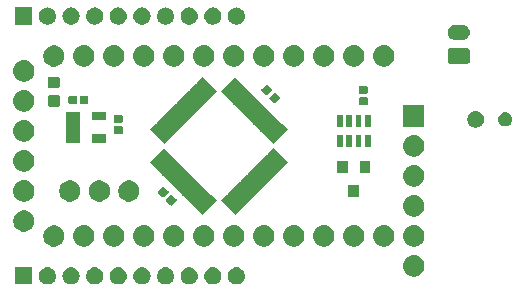
<source format=gts>
G04 #@! TF.GenerationSoftware,KiCad,Pcbnew,(5.1.2)-1*
G04 #@! TF.CreationDate,2019-08-30T21:10:08+09:00*
G04 #@! TF.ProjectId,wii_controller,7769695f-636f-46e7-9472-6f6c6c65722e,rev?*
G04 #@! TF.SameCoordinates,PXdf378e0PY8bfaf60*
G04 #@! TF.FileFunction,Soldermask,Top*
G04 #@! TF.FilePolarity,Negative*
%FSLAX46Y46*%
G04 Gerber Fmt 4.6, Leading zero omitted, Abs format (unit mm)*
G04 Created by KiCad (PCBNEW (5.1.2)-1) date 2019-08-30 21:10:08*
%MOMM*%
%LPD*%
G04 APERTURE LIST*
%ADD10C,0.100000*%
G04 APERTURE END LIST*
D10*
G36*
X18073295Y-10275421D02*
G01*
X18144403Y-10282424D01*
X18281254Y-10323938D01*
X18281257Y-10323939D01*
X18407376Y-10391351D01*
X18517925Y-10482076D01*
X18608650Y-10592625D01*
X18676062Y-10718744D01*
X18676063Y-10718747D01*
X18717577Y-10855598D01*
X18731594Y-10997919D01*
X18717577Y-11140240D01*
X18676063Y-11277091D01*
X18676062Y-11277094D01*
X18608650Y-11403213D01*
X18517925Y-11513762D01*
X18407376Y-11604487D01*
X18281257Y-11671899D01*
X18281254Y-11671900D01*
X18144403Y-11713414D01*
X18073295Y-11720417D01*
X18037742Y-11723919D01*
X17966422Y-11723919D01*
X17930869Y-11720417D01*
X17859761Y-11713414D01*
X17722910Y-11671900D01*
X17722907Y-11671899D01*
X17596788Y-11604487D01*
X17486239Y-11513762D01*
X17395514Y-11403213D01*
X17328102Y-11277094D01*
X17328101Y-11277091D01*
X17286587Y-11140240D01*
X17272570Y-10997919D01*
X17286587Y-10855598D01*
X17328101Y-10718747D01*
X17328102Y-10718744D01*
X17395514Y-10592625D01*
X17486239Y-10482076D01*
X17596788Y-10391351D01*
X17722907Y-10323939D01*
X17722910Y-10323938D01*
X17859761Y-10282424D01*
X17930869Y-10275421D01*
X17966422Y-10271919D01*
X18037742Y-10271919D01*
X18073295Y-10275421D01*
X18073295Y-10275421D01*
G37*
G36*
X728082Y-11723919D02*
G01*
X-723918Y-11723919D01*
X-723918Y-10271919D01*
X728082Y-10271919D01*
X728082Y-11723919D01*
X728082Y-11723919D01*
G37*
G36*
X2073295Y-10275421D02*
G01*
X2144403Y-10282424D01*
X2281254Y-10323938D01*
X2281257Y-10323939D01*
X2407376Y-10391351D01*
X2517925Y-10482076D01*
X2608650Y-10592625D01*
X2676062Y-10718744D01*
X2676063Y-10718747D01*
X2717577Y-10855598D01*
X2731594Y-10997919D01*
X2717577Y-11140240D01*
X2676063Y-11277091D01*
X2676062Y-11277094D01*
X2608650Y-11403213D01*
X2517925Y-11513762D01*
X2407376Y-11604487D01*
X2281257Y-11671899D01*
X2281254Y-11671900D01*
X2144403Y-11713414D01*
X2073295Y-11720417D01*
X2037742Y-11723919D01*
X1966422Y-11723919D01*
X1930869Y-11720417D01*
X1859761Y-11713414D01*
X1722910Y-11671900D01*
X1722907Y-11671899D01*
X1596788Y-11604487D01*
X1486239Y-11513762D01*
X1395514Y-11403213D01*
X1328102Y-11277094D01*
X1328101Y-11277091D01*
X1286587Y-11140240D01*
X1272570Y-10997919D01*
X1286587Y-10855598D01*
X1328101Y-10718747D01*
X1328102Y-10718744D01*
X1395514Y-10592625D01*
X1486239Y-10482076D01*
X1596788Y-10391351D01*
X1722907Y-10323939D01*
X1722910Y-10323938D01*
X1859761Y-10282424D01*
X1930869Y-10275421D01*
X1966422Y-10271919D01*
X2037742Y-10271919D01*
X2073295Y-10275421D01*
X2073295Y-10275421D01*
G37*
G36*
X4073295Y-10275421D02*
G01*
X4144403Y-10282424D01*
X4281254Y-10323938D01*
X4281257Y-10323939D01*
X4407376Y-10391351D01*
X4517925Y-10482076D01*
X4608650Y-10592625D01*
X4676062Y-10718744D01*
X4676063Y-10718747D01*
X4717577Y-10855598D01*
X4731594Y-10997919D01*
X4717577Y-11140240D01*
X4676063Y-11277091D01*
X4676062Y-11277094D01*
X4608650Y-11403213D01*
X4517925Y-11513762D01*
X4407376Y-11604487D01*
X4281257Y-11671899D01*
X4281254Y-11671900D01*
X4144403Y-11713414D01*
X4073295Y-11720417D01*
X4037742Y-11723919D01*
X3966422Y-11723919D01*
X3930869Y-11720417D01*
X3859761Y-11713414D01*
X3722910Y-11671900D01*
X3722907Y-11671899D01*
X3596788Y-11604487D01*
X3486239Y-11513762D01*
X3395514Y-11403213D01*
X3328102Y-11277094D01*
X3328101Y-11277091D01*
X3286587Y-11140240D01*
X3272570Y-10997919D01*
X3286587Y-10855598D01*
X3328101Y-10718747D01*
X3328102Y-10718744D01*
X3395514Y-10592625D01*
X3486239Y-10482076D01*
X3596788Y-10391351D01*
X3722907Y-10323939D01*
X3722910Y-10323938D01*
X3859761Y-10282424D01*
X3930869Y-10275421D01*
X3966422Y-10271919D01*
X4037742Y-10271919D01*
X4073295Y-10275421D01*
X4073295Y-10275421D01*
G37*
G36*
X6073295Y-10275421D02*
G01*
X6144403Y-10282424D01*
X6281254Y-10323938D01*
X6281257Y-10323939D01*
X6407376Y-10391351D01*
X6517925Y-10482076D01*
X6608650Y-10592625D01*
X6676062Y-10718744D01*
X6676063Y-10718747D01*
X6717577Y-10855598D01*
X6731594Y-10997919D01*
X6717577Y-11140240D01*
X6676063Y-11277091D01*
X6676062Y-11277094D01*
X6608650Y-11403213D01*
X6517925Y-11513762D01*
X6407376Y-11604487D01*
X6281257Y-11671899D01*
X6281254Y-11671900D01*
X6144403Y-11713414D01*
X6073295Y-11720417D01*
X6037742Y-11723919D01*
X5966422Y-11723919D01*
X5930869Y-11720417D01*
X5859761Y-11713414D01*
X5722910Y-11671900D01*
X5722907Y-11671899D01*
X5596788Y-11604487D01*
X5486239Y-11513762D01*
X5395514Y-11403213D01*
X5328102Y-11277094D01*
X5328101Y-11277091D01*
X5286587Y-11140240D01*
X5272570Y-10997919D01*
X5286587Y-10855598D01*
X5328101Y-10718747D01*
X5328102Y-10718744D01*
X5395514Y-10592625D01*
X5486239Y-10482076D01*
X5596788Y-10391351D01*
X5722907Y-10323939D01*
X5722910Y-10323938D01*
X5859761Y-10282424D01*
X5930869Y-10275421D01*
X5966422Y-10271919D01*
X6037742Y-10271919D01*
X6073295Y-10275421D01*
X6073295Y-10275421D01*
G37*
G36*
X8073295Y-10275421D02*
G01*
X8144403Y-10282424D01*
X8281254Y-10323938D01*
X8281257Y-10323939D01*
X8407376Y-10391351D01*
X8517925Y-10482076D01*
X8608650Y-10592625D01*
X8676062Y-10718744D01*
X8676063Y-10718747D01*
X8717577Y-10855598D01*
X8731594Y-10997919D01*
X8717577Y-11140240D01*
X8676063Y-11277091D01*
X8676062Y-11277094D01*
X8608650Y-11403213D01*
X8517925Y-11513762D01*
X8407376Y-11604487D01*
X8281257Y-11671899D01*
X8281254Y-11671900D01*
X8144403Y-11713414D01*
X8073295Y-11720417D01*
X8037742Y-11723919D01*
X7966422Y-11723919D01*
X7930869Y-11720417D01*
X7859761Y-11713414D01*
X7722910Y-11671900D01*
X7722907Y-11671899D01*
X7596788Y-11604487D01*
X7486239Y-11513762D01*
X7395514Y-11403213D01*
X7328102Y-11277094D01*
X7328101Y-11277091D01*
X7286587Y-11140240D01*
X7272570Y-10997919D01*
X7286587Y-10855598D01*
X7328101Y-10718747D01*
X7328102Y-10718744D01*
X7395514Y-10592625D01*
X7486239Y-10482076D01*
X7596788Y-10391351D01*
X7722907Y-10323939D01*
X7722910Y-10323938D01*
X7859761Y-10282424D01*
X7930869Y-10275421D01*
X7966422Y-10271919D01*
X8037742Y-10271919D01*
X8073295Y-10275421D01*
X8073295Y-10275421D01*
G37*
G36*
X10073295Y-10275421D02*
G01*
X10144403Y-10282424D01*
X10281254Y-10323938D01*
X10281257Y-10323939D01*
X10407376Y-10391351D01*
X10517925Y-10482076D01*
X10608650Y-10592625D01*
X10676062Y-10718744D01*
X10676063Y-10718747D01*
X10717577Y-10855598D01*
X10731594Y-10997919D01*
X10717577Y-11140240D01*
X10676063Y-11277091D01*
X10676062Y-11277094D01*
X10608650Y-11403213D01*
X10517925Y-11513762D01*
X10407376Y-11604487D01*
X10281257Y-11671899D01*
X10281254Y-11671900D01*
X10144403Y-11713414D01*
X10073295Y-11720417D01*
X10037742Y-11723919D01*
X9966422Y-11723919D01*
X9930869Y-11720417D01*
X9859761Y-11713414D01*
X9722910Y-11671900D01*
X9722907Y-11671899D01*
X9596788Y-11604487D01*
X9486239Y-11513762D01*
X9395514Y-11403213D01*
X9328102Y-11277094D01*
X9328101Y-11277091D01*
X9286587Y-11140240D01*
X9272570Y-10997919D01*
X9286587Y-10855598D01*
X9328101Y-10718747D01*
X9328102Y-10718744D01*
X9395514Y-10592625D01*
X9486239Y-10482076D01*
X9596788Y-10391351D01*
X9722907Y-10323939D01*
X9722910Y-10323938D01*
X9859761Y-10282424D01*
X9930869Y-10275421D01*
X9966422Y-10271919D01*
X10037742Y-10271919D01*
X10073295Y-10275421D01*
X10073295Y-10275421D01*
G37*
G36*
X12073295Y-10275421D02*
G01*
X12144403Y-10282424D01*
X12281254Y-10323938D01*
X12281257Y-10323939D01*
X12407376Y-10391351D01*
X12517925Y-10482076D01*
X12608650Y-10592625D01*
X12676062Y-10718744D01*
X12676063Y-10718747D01*
X12717577Y-10855598D01*
X12731594Y-10997919D01*
X12717577Y-11140240D01*
X12676063Y-11277091D01*
X12676062Y-11277094D01*
X12608650Y-11403213D01*
X12517925Y-11513762D01*
X12407376Y-11604487D01*
X12281257Y-11671899D01*
X12281254Y-11671900D01*
X12144403Y-11713414D01*
X12073295Y-11720417D01*
X12037742Y-11723919D01*
X11966422Y-11723919D01*
X11930869Y-11720417D01*
X11859761Y-11713414D01*
X11722910Y-11671900D01*
X11722907Y-11671899D01*
X11596788Y-11604487D01*
X11486239Y-11513762D01*
X11395514Y-11403213D01*
X11328102Y-11277094D01*
X11328101Y-11277091D01*
X11286587Y-11140240D01*
X11272570Y-10997919D01*
X11286587Y-10855598D01*
X11328101Y-10718747D01*
X11328102Y-10718744D01*
X11395514Y-10592625D01*
X11486239Y-10482076D01*
X11596788Y-10391351D01*
X11722907Y-10323939D01*
X11722910Y-10323938D01*
X11859761Y-10282424D01*
X11930869Y-10275421D01*
X11966422Y-10271919D01*
X12037742Y-10271919D01*
X12073295Y-10275421D01*
X12073295Y-10275421D01*
G37*
G36*
X14073295Y-10275421D02*
G01*
X14144403Y-10282424D01*
X14281254Y-10323938D01*
X14281257Y-10323939D01*
X14407376Y-10391351D01*
X14517925Y-10482076D01*
X14608650Y-10592625D01*
X14676062Y-10718744D01*
X14676063Y-10718747D01*
X14717577Y-10855598D01*
X14731594Y-10997919D01*
X14717577Y-11140240D01*
X14676063Y-11277091D01*
X14676062Y-11277094D01*
X14608650Y-11403213D01*
X14517925Y-11513762D01*
X14407376Y-11604487D01*
X14281257Y-11671899D01*
X14281254Y-11671900D01*
X14144403Y-11713414D01*
X14073295Y-11720417D01*
X14037742Y-11723919D01*
X13966422Y-11723919D01*
X13930869Y-11720417D01*
X13859761Y-11713414D01*
X13722910Y-11671900D01*
X13722907Y-11671899D01*
X13596788Y-11604487D01*
X13486239Y-11513762D01*
X13395514Y-11403213D01*
X13328102Y-11277094D01*
X13328101Y-11277091D01*
X13286587Y-11140240D01*
X13272570Y-10997919D01*
X13286587Y-10855598D01*
X13328101Y-10718747D01*
X13328102Y-10718744D01*
X13395514Y-10592625D01*
X13486239Y-10482076D01*
X13596788Y-10391351D01*
X13722907Y-10323939D01*
X13722910Y-10323938D01*
X13859761Y-10282424D01*
X13930869Y-10275421D01*
X13966422Y-10271919D01*
X14037742Y-10271919D01*
X14073295Y-10275421D01*
X14073295Y-10275421D01*
G37*
G36*
X16073295Y-10275421D02*
G01*
X16144403Y-10282424D01*
X16281254Y-10323938D01*
X16281257Y-10323939D01*
X16407376Y-10391351D01*
X16517925Y-10482076D01*
X16608650Y-10592625D01*
X16676062Y-10718744D01*
X16676063Y-10718747D01*
X16717577Y-10855598D01*
X16731594Y-10997919D01*
X16717577Y-11140240D01*
X16676063Y-11277091D01*
X16676062Y-11277094D01*
X16608650Y-11403213D01*
X16517925Y-11513762D01*
X16407376Y-11604487D01*
X16281257Y-11671899D01*
X16281254Y-11671900D01*
X16144403Y-11713414D01*
X16073295Y-11720417D01*
X16037742Y-11723919D01*
X15966422Y-11723919D01*
X15930869Y-11720417D01*
X15859761Y-11713414D01*
X15722910Y-11671900D01*
X15722907Y-11671899D01*
X15596788Y-11604487D01*
X15486239Y-11513762D01*
X15395514Y-11403213D01*
X15328102Y-11277094D01*
X15328101Y-11277091D01*
X15286587Y-11140240D01*
X15272570Y-10997919D01*
X15286587Y-10855598D01*
X15328101Y-10718747D01*
X15328102Y-10718744D01*
X15395514Y-10592625D01*
X15486239Y-10482076D01*
X15596788Y-10391351D01*
X15722907Y-10323939D01*
X15722910Y-10323938D01*
X15859761Y-10282424D01*
X15930869Y-10275421D01*
X15966422Y-10271919D01*
X16037742Y-10271919D01*
X16073295Y-10275421D01*
X16073295Y-10275421D01*
G37*
G36*
X33132524Y-9263436D02*
G01*
X33198709Y-9269955D01*
X33368548Y-9321475D01*
X33525073Y-9405140D01*
X33560811Y-9434470D01*
X33662268Y-9517732D01*
X33745530Y-9619189D01*
X33774860Y-9654927D01*
X33858525Y-9811452D01*
X33910045Y-9981291D01*
X33927441Y-10157918D01*
X33910045Y-10334545D01*
X33858525Y-10504384D01*
X33774860Y-10660909D01*
X33745530Y-10696647D01*
X33662268Y-10798104D01*
X33560811Y-10881366D01*
X33525073Y-10910696D01*
X33368548Y-10994361D01*
X33198709Y-11045881D01*
X33132525Y-11052399D01*
X33066342Y-11058918D01*
X32977822Y-11058918D01*
X32911639Y-11052399D01*
X32845455Y-11045881D01*
X32675616Y-10994361D01*
X32519091Y-10910696D01*
X32483353Y-10881366D01*
X32381896Y-10798104D01*
X32298634Y-10696647D01*
X32269304Y-10660909D01*
X32185639Y-10504384D01*
X32134119Y-10334545D01*
X32116723Y-10157918D01*
X32134119Y-9981291D01*
X32185639Y-9811452D01*
X32269304Y-9654927D01*
X32298634Y-9619189D01*
X32381896Y-9517732D01*
X32483353Y-9434470D01*
X32519091Y-9405140D01*
X32675616Y-9321475D01*
X32845455Y-9269955D01*
X32911640Y-9263436D01*
X32977822Y-9256918D01*
X33066342Y-9256918D01*
X33132524Y-9263436D01*
X33132524Y-9263436D01*
G37*
G36*
X2655593Y-6721846D02*
G01*
X2804893Y-6751543D01*
X2968865Y-6819463D01*
X3116435Y-6918066D01*
X3241934Y-7043565D01*
X3340537Y-7191135D01*
X3408457Y-7355107D01*
X3443081Y-7529178D01*
X3443081Y-7706660D01*
X3408457Y-7880731D01*
X3340537Y-8044703D01*
X3241934Y-8192273D01*
X3116435Y-8317772D01*
X2968865Y-8416375D01*
X2804893Y-8484295D01*
X2655593Y-8513992D01*
X2630823Y-8518919D01*
X2453339Y-8518919D01*
X2428569Y-8513992D01*
X2279269Y-8484295D01*
X2115297Y-8416375D01*
X1967727Y-8317772D01*
X1842228Y-8192273D01*
X1743625Y-8044703D01*
X1675705Y-7880731D01*
X1641081Y-7706660D01*
X1641081Y-7529178D01*
X1675705Y-7355107D01*
X1743625Y-7191135D01*
X1842228Y-7043565D01*
X1967727Y-6918066D01*
X2115297Y-6819463D01*
X2279269Y-6751543D01*
X2428569Y-6721846D01*
X2453339Y-6716919D01*
X2630823Y-6716919D01*
X2655593Y-6721846D01*
X2655593Y-6721846D01*
G37*
G36*
X5192524Y-6723438D02*
G01*
X5258708Y-6729956D01*
X5428547Y-6781476D01*
X5585072Y-6865141D01*
X5620810Y-6894471D01*
X5722267Y-6977733D01*
X5805529Y-7079190D01*
X5834859Y-7114928D01*
X5918524Y-7271453D01*
X5970044Y-7441292D01*
X5987440Y-7617919D01*
X5970044Y-7794546D01*
X5918524Y-7964385D01*
X5834859Y-8120910D01*
X5805529Y-8156648D01*
X5722267Y-8258105D01*
X5649561Y-8317772D01*
X5585072Y-8370697D01*
X5428547Y-8454362D01*
X5258708Y-8505882D01*
X5192523Y-8512401D01*
X5126341Y-8518919D01*
X5037821Y-8518919D01*
X4971639Y-8512401D01*
X4905454Y-8505882D01*
X4735615Y-8454362D01*
X4579090Y-8370697D01*
X4514601Y-8317772D01*
X4441895Y-8258105D01*
X4358633Y-8156648D01*
X4329303Y-8120910D01*
X4245638Y-7964385D01*
X4194118Y-7794546D01*
X4176722Y-7617919D01*
X4194118Y-7441292D01*
X4245638Y-7271453D01*
X4329303Y-7114928D01*
X4358633Y-7079190D01*
X4441895Y-6977733D01*
X4543352Y-6894471D01*
X4579090Y-6865141D01*
X4735615Y-6781476D01*
X4905454Y-6729956D01*
X4971638Y-6723438D01*
X5037821Y-6716919D01*
X5126341Y-6716919D01*
X5192524Y-6723438D01*
X5192524Y-6723438D01*
G37*
G36*
X7732524Y-6723438D02*
G01*
X7798708Y-6729956D01*
X7968547Y-6781476D01*
X8125072Y-6865141D01*
X8160810Y-6894471D01*
X8262267Y-6977733D01*
X8345529Y-7079190D01*
X8374859Y-7114928D01*
X8458524Y-7271453D01*
X8510044Y-7441292D01*
X8527440Y-7617919D01*
X8510044Y-7794546D01*
X8458524Y-7964385D01*
X8374859Y-8120910D01*
X8345529Y-8156648D01*
X8262267Y-8258105D01*
X8189561Y-8317772D01*
X8125072Y-8370697D01*
X7968547Y-8454362D01*
X7798708Y-8505882D01*
X7732523Y-8512401D01*
X7666341Y-8518919D01*
X7577821Y-8518919D01*
X7511639Y-8512401D01*
X7445454Y-8505882D01*
X7275615Y-8454362D01*
X7119090Y-8370697D01*
X7054601Y-8317772D01*
X6981895Y-8258105D01*
X6898633Y-8156648D01*
X6869303Y-8120910D01*
X6785638Y-7964385D01*
X6734118Y-7794546D01*
X6716722Y-7617919D01*
X6734118Y-7441292D01*
X6785638Y-7271453D01*
X6869303Y-7114928D01*
X6898633Y-7079190D01*
X6981895Y-6977733D01*
X7083352Y-6894471D01*
X7119090Y-6865141D01*
X7275615Y-6781476D01*
X7445454Y-6729956D01*
X7511638Y-6723438D01*
X7577821Y-6716919D01*
X7666341Y-6716919D01*
X7732524Y-6723438D01*
X7732524Y-6723438D01*
G37*
G36*
X10272524Y-6723438D02*
G01*
X10338708Y-6729956D01*
X10508547Y-6781476D01*
X10665072Y-6865141D01*
X10700810Y-6894471D01*
X10802267Y-6977733D01*
X10885529Y-7079190D01*
X10914859Y-7114928D01*
X10998524Y-7271453D01*
X11050044Y-7441292D01*
X11067440Y-7617919D01*
X11050044Y-7794546D01*
X10998524Y-7964385D01*
X10914859Y-8120910D01*
X10885529Y-8156648D01*
X10802267Y-8258105D01*
X10729561Y-8317772D01*
X10665072Y-8370697D01*
X10508547Y-8454362D01*
X10338708Y-8505882D01*
X10272523Y-8512401D01*
X10206341Y-8518919D01*
X10117821Y-8518919D01*
X10051639Y-8512401D01*
X9985454Y-8505882D01*
X9815615Y-8454362D01*
X9659090Y-8370697D01*
X9594601Y-8317772D01*
X9521895Y-8258105D01*
X9438633Y-8156648D01*
X9409303Y-8120910D01*
X9325638Y-7964385D01*
X9274118Y-7794546D01*
X9256722Y-7617919D01*
X9274118Y-7441292D01*
X9325638Y-7271453D01*
X9409303Y-7114928D01*
X9438633Y-7079190D01*
X9521895Y-6977733D01*
X9623352Y-6894471D01*
X9659090Y-6865141D01*
X9815615Y-6781476D01*
X9985454Y-6729956D01*
X10051638Y-6723438D01*
X10117821Y-6716919D01*
X10206341Y-6716919D01*
X10272524Y-6723438D01*
X10272524Y-6723438D01*
G37*
G36*
X12812524Y-6723438D02*
G01*
X12878708Y-6729956D01*
X13048547Y-6781476D01*
X13205072Y-6865141D01*
X13240810Y-6894471D01*
X13342267Y-6977733D01*
X13425529Y-7079190D01*
X13454859Y-7114928D01*
X13538524Y-7271453D01*
X13590044Y-7441292D01*
X13607440Y-7617919D01*
X13590044Y-7794546D01*
X13538524Y-7964385D01*
X13454859Y-8120910D01*
X13425529Y-8156648D01*
X13342267Y-8258105D01*
X13269561Y-8317772D01*
X13205072Y-8370697D01*
X13048547Y-8454362D01*
X12878708Y-8505882D01*
X12812523Y-8512401D01*
X12746341Y-8518919D01*
X12657821Y-8518919D01*
X12591639Y-8512401D01*
X12525454Y-8505882D01*
X12355615Y-8454362D01*
X12199090Y-8370697D01*
X12134601Y-8317772D01*
X12061895Y-8258105D01*
X11978633Y-8156648D01*
X11949303Y-8120910D01*
X11865638Y-7964385D01*
X11814118Y-7794546D01*
X11796722Y-7617919D01*
X11814118Y-7441292D01*
X11865638Y-7271453D01*
X11949303Y-7114928D01*
X11978633Y-7079190D01*
X12061895Y-6977733D01*
X12163352Y-6894471D01*
X12199090Y-6865141D01*
X12355615Y-6781476D01*
X12525454Y-6729956D01*
X12591638Y-6723438D01*
X12657821Y-6716919D01*
X12746341Y-6716919D01*
X12812524Y-6723438D01*
X12812524Y-6723438D01*
G37*
G36*
X15352524Y-6723438D02*
G01*
X15418708Y-6729956D01*
X15588547Y-6781476D01*
X15745072Y-6865141D01*
X15780810Y-6894471D01*
X15882267Y-6977733D01*
X15965529Y-7079190D01*
X15994859Y-7114928D01*
X16078524Y-7271453D01*
X16130044Y-7441292D01*
X16147440Y-7617919D01*
X16130044Y-7794546D01*
X16078524Y-7964385D01*
X15994859Y-8120910D01*
X15965529Y-8156648D01*
X15882267Y-8258105D01*
X15809561Y-8317772D01*
X15745072Y-8370697D01*
X15588547Y-8454362D01*
X15418708Y-8505882D01*
X15352523Y-8512401D01*
X15286341Y-8518919D01*
X15197821Y-8518919D01*
X15131639Y-8512401D01*
X15065454Y-8505882D01*
X14895615Y-8454362D01*
X14739090Y-8370697D01*
X14674601Y-8317772D01*
X14601895Y-8258105D01*
X14518633Y-8156648D01*
X14489303Y-8120910D01*
X14405638Y-7964385D01*
X14354118Y-7794546D01*
X14336722Y-7617919D01*
X14354118Y-7441292D01*
X14405638Y-7271453D01*
X14489303Y-7114928D01*
X14518633Y-7079190D01*
X14601895Y-6977733D01*
X14703352Y-6894471D01*
X14739090Y-6865141D01*
X14895615Y-6781476D01*
X15065454Y-6729956D01*
X15131638Y-6723438D01*
X15197821Y-6716919D01*
X15286341Y-6716919D01*
X15352524Y-6723438D01*
X15352524Y-6723438D01*
G37*
G36*
X17892524Y-6723438D02*
G01*
X17958708Y-6729956D01*
X18128547Y-6781476D01*
X18285072Y-6865141D01*
X18320810Y-6894471D01*
X18422267Y-6977733D01*
X18505529Y-7079190D01*
X18534859Y-7114928D01*
X18618524Y-7271453D01*
X18670044Y-7441292D01*
X18687440Y-7617919D01*
X18670044Y-7794546D01*
X18618524Y-7964385D01*
X18534859Y-8120910D01*
X18505529Y-8156648D01*
X18422267Y-8258105D01*
X18349561Y-8317772D01*
X18285072Y-8370697D01*
X18128547Y-8454362D01*
X17958708Y-8505882D01*
X17892523Y-8512401D01*
X17826341Y-8518919D01*
X17737821Y-8518919D01*
X17671639Y-8512401D01*
X17605454Y-8505882D01*
X17435615Y-8454362D01*
X17279090Y-8370697D01*
X17214601Y-8317772D01*
X17141895Y-8258105D01*
X17058633Y-8156648D01*
X17029303Y-8120910D01*
X16945638Y-7964385D01*
X16894118Y-7794546D01*
X16876722Y-7617919D01*
X16894118Y-7441292D01*
X16945638Y-7271453D01*
X17029303Y-7114928D01*
X17058633Y-7079190D01*
X17141895Y-6977733D01*
X17243352Y-6894471D01*
X17279090Y-6865141D01*
X17435615Y-6781476D01*
X17605454Y-6729956D01*
X17671638Y-6723438D01*
X17737821Y-6716919D01*
X17826341Y-6716919D01*
X17892524Y-6723438D01*
X17892524Y-6723438D01*
G37*
G36*
X30592524Y-6723438D02*
G01*
X30658708Y-6729956D01*
X30828547Y-6781476D01*
X30985072Y-6865141D01*
X31020810Y-6894471D01*
X31122267Y-6977733D01*
X31205529Y-7079190D01*
X31234859Y-7114928D01*
X31318524Y-7271453D01*
X31370044Y-7441292D01*
X31387440Y-7617919D01*
X31370044Y-7794546D01*
X31318524Y-7964385D01*
X31234859Y-8120910D01*
X31205529Y-8156648D01*
X31122267Y-8258105D01*
X31049561Y-8317772D01*
X30985072Y-8370697D01*
X30828547Y-8454362D01*
X30658708Y-8505882D01*
X30592523Y-8512401D01*
X30526341Y-8518919D01*
X30437821Y-8518919D01*
X30371639Y-8512401D01*
X30305454Y-8505882D01*
X30135615Y-8454362D01*
X29979090Y-8370697D01*
X29914601Y-8317772D01*
X29841895Y-8258105D01*
X29758633Y-8156648D01*
X29729303Y-8120910D01*
X29645638Y-7964385D01*
X29594118Y-7794546D01*
X29576722Y-7617919D01*
X29594118Y-7441292D01*
X29645638Y-7271453D01*
X29729303Y-7114928D01*
X29758633Y-7079190D01*
X29841895Y-6977733D01*
X29943352Y-6894471D01*
X29979090Y-6865141D01*
X30135615Y-6781476D01*
X30305454Y-6729956D01*
X30371638Y-6723438D01*
X30437821Y-6716919D01*
X30526341Y-6716919D01*
X30592524Y-6723438D01*
X30592524Y-6723438D01*
G37*
G36*
X28052524Y-6723438D02*
G01*
X28118708Y-6729956D01*
X28288547Y-6781476D01*
X28445072Y-6865141D01*
X28480810Y-6894471D01*
X28582267Y-6977733D01*
X28665529Y-7079190D01*
X28694859Y-7114928D01*
X28778524Y-7271453D01*
X28830044Y-7441292D01*
X28847440Y-7617919D01*
X28830044Y-7794546D01*
X28778524Y-7964385D01*
X28694859Y-8120910D01*
X28665529Y-8156648D01*
X28582267Y-8258105D01*
X28509561Y-8317772D01*
X28445072Y-8370697D01*
X28288547Y-8454362D01*
X28118708Y-8505882D01*
X28052523Y-8512401D01*
X27986341Y-8518919D01*
X27897821Y-8518919D01*
X27831639Y-8512401D01*
X27765454Y-8505882D01*
X27595615Y-8454362D01*
X27439090Y-8370697D01*
X27374601Y-8317772D01*
X27301895Y-8258105D01*
X27218633Y-8156648D01*
X27189303Y-8120910D01*
X27105638Y-7964385D01*
X27054118Y-7794546D01*
X27036722Y-7617919D01*
X27054118Y-7441292D01*
X27105638Y-7271453D01*
X27189303Y-7114928D01*
X27218633Y-7079190D01*
X27301895Y-6977733D01*
X27403352Y-6894471D01*
X27439090Y-6865141D01*
X27595615Y-6781476D01*
X27765454Y-6729956D01*
X27831638Y-6723438D01*
X27897821Y-6716919D01*
X27986341Y-6716919D01*
X28052524Y-6723438D01*
X28052524Y-6723438D01*
G37*
G36*
X25512524Y-6723438D02*
G01*
X25578708Y-6729956D01*
X25748547Y-6781476D01*
X25905072Y-6865141D01*
X25940810Y-6894471D01*
X26042267Y-6977733D01*
X26125529Y-7079190D01*
X26154859Y-7114928D01*
X26238524Y-7271453D01*
X26290044Y-7441292D01*
X26307440Y-7617919D01*
X26290044Y-7794546D01*
X26238524Y-7964385D01*
X26154859Y-8120910D01*
X26125529Y-8156648D01*
X26042267Y-8258105D01*
X25969561Y-8317772D01*
X25905072Y-8370697D01*
X25748547Y-8454362D01*
X25578708Y-8505882D01*
X25512523Y-8512401D01*
X25446341Y-8518919D01*
X25357821Y-8518919D01*
X25291639Y-8512401D01*
X25225454Y-8505882D01*
X25055615Y-8454362D01*
X24899090Y-8370697D01*
X24834601Y-8317772D01*
X24761895Y-8258105D01*
X24678633Y-8156648D01*
X24649303Y-8120910D01*
X24565638Y-7964385D01*
X24514118Y-7794546D01*
X24496722Y-7617919D01*
X24514118Y-7441292D01*
X24565638Y-7271453D01*
X24649303Y-7114928D01*
X24678633Y-7079190D01*
X24761895Y-6977733D01*
X24863352Y-6894471D01*
X24899090Y-6865141D01*
X25055615Y-6781476D01*
X25225454Y-6729956D01*
X25291638Y-6723438D01*
X25357821Y-6716919D01*
X25446341Y-6716919D01*
X25512524Y-6723438D01*
X25512524Y-6723438D01*
G37*
G36*
X20432524Y-6723438D02*
G01*
X20498708Y-6729956D01*
X20668547Y-6781476D01*
X20825072Y-6865141D01*
X20860810Y-6894471D01*
X20962267Y-6977733D01*
X21045529Y-7079190D01*
X21074859Y-7114928D01*
X21158524Y-7271453D01*
X21210044Y-7441292D01*
X21227440Y-7617919D01*
X21210044Y-7794546D01*
X21158524Y-7964385D01*
X21074859Y-8120910D01*
X21045529Y-8156648D01*
X20962267Y-8258105D01*
X20889561Y-8317772D01*
X20825072Y-8370697D01*
X20668547Y-8454362D01*
X20498708Y-8505882D01*
X20432523Y-8512401D01*
X20366341Y-8518919D01*
X20277821Y-8518919D01*
X20211639Y-8512401D01*
X20145454Y-8505882D01*
X19975615Y-8454362D01*
X19819090Y-8370697D01*
X19754601Y-8317772D01*
X19681895Y-8258105D01*
X19598633Y-8156648D01*
X19569303Y-8120910D01*
X19485638Y-7964385D01*
X19434118Y-7794546D01*
X19416722Y-7617919D01*
X19434118Y-7441292D01*
X19485638Y-7271453D01*
X19569303Y-7114928D01*
X19598633Y-7079190D01*
X19681895Y-6977733D01*
X19783352Y-6894471D01*
X19819090Y-6865141D01*
X19975615Y-6781476D01*
X20145454Y-6729956D01*
X20211638Y-6723438D01*
X20277821Y-6716919D01*
X20366341Y-6716919D01*
X20432524Y-6723438D01*
X20432524Y-6723438D01*
G37*
G36*
X22972524Y-6723438D02*
G01*
X23038708Y-6729956D01*
X23208547Y-6781476D01*
X23365072Y-6865141D01*
X23400810Y-6894471D01*
X23502267Y-6977733D01*
X23585529Y-7079190D01*
X23614859Y-7114928D01*
X23698524Y-7271453D01*
X23750044Y-7441292D01*
X23767440Y-7617919D01*
X23750044Y-7794546D01*
X23698524Y-7964385D01*
X23614859Y-8120910D01*
X23585529Y-8156648D01*
X23502267Y-8258105D01*
X23429561Y-8317772D01*
X23365072Y-8370697D01*
X23208547Y-8454362D01*
X23038708Y-8505882D01*
X22972523Y-8512401D01*
X22906341Y-8518919D01*
X22817821Y-8518919D01*
X22751639Y-8512401D01*
X22685454Y-8505882D01*
X22515615Y-8454362D01*
X22359090Y-8370697D01*
X22294601Y-8317772D01*
X22221895Y-8258105D01*
X22138633Y-8156648D01*
X22109303Y-8120910D01*
X22025638Y-7964385D01*
X21974118Y-7794546D01*
X21956722Y-7617919D01*
X21974118Y-7441292D01*
X22025638Y-7271453D01*
X22109303Y-7114928D01*
X22138633Y-7079190D01*
X22221895Y-6977733D01*
X22323352Y-6894471D01*
X22359090Y-6865141D01*
X22515615Y-6781476D01*
X22685454Y-6729956D01*
X22751638Y-6723438D01*
X22817821Y-6716919D01*
X22906341Y-6716919D01*
X22972524Y-6723438D01*
X22972524Y-6723438D01*
G37*
G36*
X33132524Y-6723436D02*
G01*
X33198709Y-6729955D01*
X33368548Y-6781475D01*
X33525073Y-6865140D01*
X33560811Y-6894470D01*
X33662268Y-6977732D01*
X33745530Y-7079189D01*
X33774860Y-7114927D01*
X33858525Y-7271452D01*
X33910045Y-7441291D01*
X33927441Y-7617918D01*
X33910045Y-7794545D01*
X33858525Y-7964384D01*
X33774860Y-8120909D01*
X33774859Y-8120910D01*
X33662268Y-8258104D01*
X33589562Y-8317771D01*
X33525073Y-8370696D01*
X33368548Y-8454361D01*
X33198709Y-8505881D01*
X33132525Y-8512399D01*
X33066342Y-8518918D01*
X32977822Y-8518918D01*
X32911639Y-8512399D01*
X32845455Y-8505881D01*
X32675616Y-8454361D01*
X32519091Y-8370696D01*
X32454602Y-8317771D01*
X32381896Y-8258104D01*
X32269305Y-8120910D01*
X32269304Y-8120909D01*
X32185639Y-7964384D01*
X32134119Y-7794545D01*
X32116723Y-7617918D01*
X32134119Y-7441291D01*
X32185639Y-7271452D01*
X32269304Y-7114927D01*
X32298634Y-7079189D01*
X32381896Y-6977732D01*
X32483353Y-6894470D01*
X32519091Y-6865140D01*
X32675616Y-6781475D01*
X32845455Y-6729955D01*
X32911640Y-6723436D01*
X32977822Y-6716918D01*
X33066342Y-6716918D01*
X33132524Y-6723436D01*
X33132524Y-6723436D01*
G37*
G36*
X115594Y-5451845D02*
G01*
X264894Y-5481542D01*
X428866Y-5549462D01*
X576436Y-5648065D01*
X701935Y-5773564D01*
X800538Y-5921134D01*
X868458Y-6085106D01*
X903082Y-6259177D01*
X903082Y-6436659D01*
X868458Y-6610730D01*
X800538Y-6774702D01*
X701935Y-6922272D01*
X576436Y-7047771D01*
X428866Y-7146374D01*
X264894Y-7214294D01*
X115594Y-7243991D01*
X90824Y-7248918D01*
X-86660Y-7248918D01*
X-111430Y-7243991D01*
X-260730Y-7214294D01*
X-424702Y-7146374D01*
X-572272Y-7047771D01*
X-697771Y-6922272D01*
X-796374Y-6774702D01*
X-864294Y-6610730D01*
X-898918Y-6436659D01*
X-898918Y-6259177D01*
X-864294Y-6085106D01*
X-796374Y-5921134D01*
X-697771Y-5773564D01*
X-572272Y-5648065D01*
X-424702Y-5549462D01*
X-260730Y-5481542D01*
X-111430Y-5451845D01*
X-86660Y-5446918D01*
X90824Y-5446918D01*
X115594Y-5451845D01*
X115594Y-5451845D01*
G37*
G36*
X33132524Y-4183436D02*
G01*
X33198709Y-4189955D01*
X33368548Y-4241475D01*
X33525073Y-4325140D01*
X33560811Y-4354470D01*
X33662268Y-4437732D01*
X33728976Y-4519017D01*
X33774860Y-4574927D01*
X33774861Y-4574929D01*
X33833143Y-4683965D01*
X33858525Y-4731452D01*
X33910045Y-4901291D01*
X33927441Y-5077918D01*
X33910045Y-5254545D01*
X33858525Y-5424384D01*
X33774860Y-5580909D01*
X33745530Y-5616647D01*
X33662268Y-5718104D01*
X33560811Y-5801366D01*
X33525073Y-5830696D01*
X33368548Y-5914361D01*
X33198709Y-5965881D01*
X33132524Y-5972400D01*
X33066342Y-5978918D01*
X32977822Y-5978918D01*
X32911640Y-5972400D01*
X32845455Y-5965881D01*
X32675616Y-5914361D01*
X32519091Y-5830696D01*
X32483353Y-5801366D01*
X32381896Y-5718104D01*
X32298634Y-5616647D01*
X32269304Y-5580909D01*
X32185639Y-5424384D01*
X32134119Y-5254545D01*
X32116723Y-5077918D01*
X32134119Y-4901291D01*
X32185639Y-4731452D01*
X32211022Y-4683965D01*
X32269303Y-4574929D01*
X32269304Y-4574927D01*
X32315188Y-4519017D01*
X32381896Y-4437732D01*
X32483353Y-4354470D01*
X32519091Y-4325140D01*
X32675616Y-4241475D01*
X32845455Y-4189955D01*
X32911640Y-4183436D01*
X32977822Y-4176918D01*
X33066342Y-4176918D01*
X33132524Y-4183436D01*
X33132524Y-4183436D01*
G37*
G36*
X22329450Y-1394454D02*
G01*
X21868416Y-1855488D01*
X21763764Y-1960139D01*
X21302730Y-2421173D01*
X21198079Y-2525825D01*
X19039989Y-4683915D01*
X18935337Y-4788566D01*
X18474303Y-5249600D01*
X18369652Y-5354252D01*
X17908618Y-5815286D01*
X16705122Y-4611790D01*
X17166156Y-4150756D01*
X17166157Y-4150757D01*
X17182421Y-4134493D01*
X17182430Y-4134482D01*
X17270808Y-4046105D01*
X17270807Y-4046104D01*
X17731841Y-3585070D01*
X17731842Y-3585071D01*
X17820219Y-3496693D01*
X17820230Y-3496684D01*
X17836494Y-3480420D01*
X17836493Y-3480419D01*
X18297527Y-3019385D01*
X18297528Y-3019386D01*
X18385915Y-2930998D01*
X18402179Y-2914735D01*
X18402178Y-2914734D01*
X18863212Y-2453700D01*
X18863213Y-2453701D01*
X18967865Y-2349049D01*
X18967864Y-2349048D01*
X19428898Y-1888014D01*
X19428899Y-1888015D01*
X19517286Y-1799627D01*
X19533550Y-1783364D01*
X19533549Y-1783363D01*
X19994583Y-1322329D01*
X19994584Y-1322330D01*
X20010848Y-1306066D01*
X20010857Y-1306055D01*
X20099235Y-1217678D01*
X20099234Y-1217677D01*
X20560268Y-756643D01*
X20560269Y-756644D01*
X20648646Y-668266D01*
X20648657Y-668257D01*
X20664921Y-651993D01*
X20664920Y-651992D01*
X21125954Y-190958D01*
X22329450Y-1394454D01*
X22329450Y-1394454D01*
G37*
G36*
X12359244Y-651992D02*
G01*
X12359244Y-651993D01*
X12375508Y-668257D01*
X12375514Y-668262D01*
X12463896Y-756644D01*
X12463896Y-756643D01*
X12924930Y-1217677D01*
X12924930Y-1217678D01*
X13013312Y-1306060D01*
X13013317Y-1306066D01*
X13029581Y-1322330D01*
X13029581Y-1322329D01*
X13490615Y-1783363D01*
X13490615Y-1783364D01*
X13595266Y-1888015D01*
X13595266Y-1888014D01*
X14056300Y-2349048D01*
X14056300Y-2349049D01*
X14160952Y-2453701D01*
X14160952Y-2453700D01*
X14621986Y-2914734D01*
X14621986Y-2914735D01*
X14726637Y-3019386D01*
X14726637Y-3019385D01*
X15187671Y-3480419D01*
X15187671Y-3480420D01*
X15203935Y-3496684D01*
X15203941Y-3496689D01*
X15292323Y-3585071D01*
X15292323Y-3585070D01*
X15753357Y-4046104D01*
X15753357Y-4046105D01*
X15841739Y-4134487D01*
X15841744Y-4134493D01*
X15858008Y-4150757D01*
X15858008Y-4150756D01*
X16319042Y-4611790D01*
X15115546Y-5815286D01*
X14654512Y-5354252D01*
X14654513Y-5354252D01*
X14566131Y-5265870D01*
X14566126Y-5265864D01*
X14549862Y-5249600D01*
X14549861Y-5249600D01*
X14088827Y-4788566D01*
X14088828Y-4788566D01*
X14072564Y-4772302D01*
X14072558Y-4772297D01*
X13984176Y-4683915D01*
X13984175Y-4683915D01*
X13523141Y-4222881D01*
X13523142Y-4222881D01*
X13418491Y-4118230D01*
X13418490Y-4118230D01*
X12957456Y-3657196D01*
X12957457Y-3657196D01*
X12852805Y-3552544D01*
X12852804Y-3552544D01*
X12391770Y-3091510D01*
X12391771Y-3091510D01*
X12287120Y-2986859D01*
X12287119Y-2986859D01*
X11826085Y-2525825D01*
X11826086Y-2525825D01*
X11737704Y-2437443D01*
X11737699Y-2437437D01*
X11721435Y-2421173D01*
X11721434Y-2421173D01*
X11260400Y-1960139D01*
X11260401Y-1960139D01*
X11244137Y-1943875D01*
X11244131Y-1943870D01*
X11155749Y-1855488D01*
X11155748Y-1855488D01*
X10694714Y-1394454D01*
X11898210Y-190958D01*
X12359244Y-651992D01*
X12359244Y-651992D01*
G37*
G36*
X12527091Y-4125304D02*
G01*
X12547710Y-4131559D01*
X12566706Y-4141712D01*
X12588127Y-4159292D01*
X12912496Y-4483661D01*
X12930076Y-4505082D01*
X12940229Y-4524078D01*
X12946484Y-4544697D01*
X12948595Y-4566135D01*
X12946484Y-4587573D01*
X12940229Y-4608192D01*
X12930076Y-4627188D01*
X12912496Y-4648609D01*
X12552771Y-5008334D01*
X12531350Y-5025914D01*
X12512354Y-5036067D01*
X12491735Y-5042322D01*
X12470297Y-5044433D01*
X12448859Y-5042322D01*
X12428240Y-5036067D01*
X12409244Y-5025914D01*
X12387823Y-5008334D01*
X12063454Y-4683965D01*
X12045874Y-4662544D01*
X12035721Y-4643548D01*
X12029466Y-4622929D01*
X12027355Y-4601491D01*
X12029466Y-4580053D01*
X12035721Y-4559434D01*
X12045874Y-4540438D01*
X12063454Y-4519017D01*
X12423179Y-4159292D01*
X12444600Y-4141712D01*
X12463596Y-4131559D01*
X12484215Y-4125304D01*
X12505653Y-4123193D01*
X12527091Y-4125304D01*
X12527091Y-4125304D01*
G37*
G36*
X112525Y-2913437D02*
G01*
X178709Y-2919955D01*
X348548Y-2971475D01*
X505073Y-3055140D01*
X540811Y-3084470D01*
X642268Y-3167732D01*
X725530Y-3269189D01*
X754860Y-3304927D01*
X838525Y-3461452D01*
X890045Y-3631291D01*
X907441Y-3807918D01*
X890045Y-3984545D01*
X838525Y-4154384D01*
X838524Y-4154386D01*
X801912Y-4222881D01*
X754860Y-4310909D01*
X739248Y-4329932D01*
X642268Y-4448104D01*
X569562Y-4507771D01*
X505073Y-4560696D01*
X348548Y-4644361D01*
X178709Y-4695881D01*
X112524Y-4702400D01*
X46342Y-4708918D01*
X-42178Y-4708918D01*
X-108360Y-4702400D01*
X-174545Y-4695881D01*
X-344384Y-4644361D01*
X-500909Y-4560696D01*
X-565398Y-4507771D01*
X-638104Y-4448104D01*
X-735084Y-4329932D01*
X-750696Y-4310909D01*
X-797748Y-4222881D01*
X-834360Y-4154386D01*
X-834361Y-4154384D01*
X-885881Y-3984545D01*
X-903277Y-3807918D01*
X-885881Y-3631291D01*
X-834361Y-3461452D01*
X-750696Y-3304927D01*
X-721366Y-3269189D01*
X-638104Y-3167732D01*
X-536647Y-3084470D01*
X-500909Y-3055140D01*
X-344384Y-2971475D01*
X-174545Y-2919955D01*
X-108361Y-2913437D01*
X-42178Y-2906918D01*
X46342Y-2906918D01*
X112525Y-2913437D01*
X112525Y-2913437D01*
G37*
G36*
X9005593Y-2911845D02*
G01*
X9154893Y-2941542D01*
X9318865Y-3009462D01*
X9466435Y-3108065D01*
X9591934Y-3233564D01*
X9690537Y-3381134D01*
X9758457Y-3545106D01*
X9788154Y-3694406D01*
X9793081Y-3719176D01*
X9793081Y-3896660D01*
X9789633Y-3913992D01*
X9758457Y-4070730D01*
X9690537Y-4234702D01*
X9591934Y-4382272D01*
X9466435Y-4507771D01*
X9318865Y-4606374D01*
X9154893Y-4674294D01*
X9005593Y-4703991D01*
X8980823Y-4708918D01*
X8803339Y-4708918D01*
X8778569Y-4703991D01*
X8629269Y-4674294D01*
X8465297Y-4606374D01*
X8317727Y-4507771D01*
X8192228Y-4382272D01*
X8093625Y-4234702D01*
X8025705Y-4070730D01*
X7994529Y-3913992D01*
X7991081Y-3896660D01*
X7991081Y-3719176D01*
X7996008Y-3694406D01*
X8025705Y-3545106D01*
X8093625Y-3381134D01*
X8192228Y-3233564D01*
X8317727Y-3108065D01*
X8465297Y-3009462D01*
X8629269Y-2941542D01*
X8778569Y-2911845D01*
X8803339Y-2906918D01*
X8980823Y-2906918D01*
X9005593Y-2911845D01*
X9005593Y-2911845D01*
G37*
G36*
X4005593Y-2911845D02*
G01*
X4154893Y-2941542D01*
X4318865Y-3009462D01*
X4466435Y-3108065D01*
X4591934Y-3233564D01*
X4690537Y-3381134D01*
X4758457Y-3545106D01*
X4788154Y-3694406D01*
X4793081Y-3719176D01*
X4793081Y-3896660D01*
X4789633Y-3913992D01*
X4758457Y-4070730D01*
X4690537Y-4234702D01*
X4591934Y-4382272D01*
X4466435Y-4507771D01*
X4318865Y-4606374D01*
X4154893Y-4674294D01*
X4005593Y-4703991D01*
X3980823Y-4708918D01*
X3803339Y-4708918D01*
X3778569Y-4703991D01*
X3629269Y-4674294D01*
X3465297Y-4606374D01*
X3317727Y-4507771D01*
X3192228Y-4382272D01*
X3093625Y-4234702D01*
X3025705Y-4070730D01*
X2994529Y-3913992D01*
X2991081Y-3896660D01*
X2991081Y-3719176D01*
X2996008Y-3694406D01*
X3025705Y-3545106D01*
X3093625Y-3381134D01*
X3192228Y-3233564D01*
X3317727Y-3108065D01*
X3465297Y-3009462D01*
X3629269Y-2941542D01*
X3778569Y-2911845D01*
X3803339Y-2906918D01*
X3980823Y-2906918D01*
X4005593Y-2911845D01*
X4005593Y-2911845D01*
G37*
G36*
X6505593Y-2911845D02*
G01*
X6654893Y-2941542D01*
X6818865Y-3009462D01*
X6966435Y-3108065D01*
X7091934Y-3233564D01*
X7190537Y-3381134D01*
X7258457Y-3545106D01*
X7288154Y-3694406D01*
X7293081Y-3719176D01*
X7293081Y-3896660D01*
X7289633Y-3913992D01*
X7258457Y-4070730D01*
X7190537Y-4234702D01*
X7091934Y-4382272D01*
X6966435Y-4507771D01*
X6818865Y-4606374D01*
X6654893Y-4674294D01*
X6505593Y-4703991D01*
X6480823Y-4708918D01*
X6303339Y-4708918D01*
X6278569Y-4703991D01*
X6129269Y-4674294D01*
X5965297Y-4606374D01*
X5817727Y-4507771D01*
X5692228Y-4382272D01*
X5593625Y-4234702D01*
X5525705Y-4070730D01*
X5494529Y-3913992D01*
X5491081Y-3896660D01*
X5491081Y-3719176D01*
X5496008Y-3694406D01*
X5525705Y-3545106D01*
X5593625Y-3381134D01*
X5692228Y-3233564D01*
X5817727Y-3108065D01*
X5965297Y-3009462D01*
X6129269Y-2941542D01*
X6278569Y-2911845D01*
X6303339Y-2906918D01*
X6480823Y-2906918D01*
X6505593Y-2911845D01*
X6505593Y-2911845D01*
G37*
G36*
X11841197Y-3439410D02*
G01*
X11861816Y-3445665D01*
X11880812Y-3455818D01*
X11902233Y-3473398D01*
X12226602Y-3797767D01*
X12244182Y-3819188D01*
X12254335Y-3838184D01*
X12260590Y-3858803D01*
X12262701Y-3880241D01*
X12260590Y-3901679D01*
X12254335Y-3922298D01*
X12244182Y-3941294D01*
X12226602Y-3962715D01*
X11866877Y-4322440D01*
X11845456Y-4340020D01*
X11826460Y-4350173D01*
X11805841Y-4356428D01*
X11784403Y-4358539D01*
X11762965Y-4356428D01*
X11742346Y-4350173D01*
X11723350Y-4340020D01*
X11701929Y-4322440D01*
X11377560Y-3998071D01*
X11359980Y-3976650D01*
X11349827Y-3957654D01*
X11343572Y-3937035D01*
X11341461Y-3915597D01*
X11343572Y-3894159D01*
X11349827Y-3873540D01*
X11359980Y-3854544D01*
X11377560Y-3833123D01*
X11737285Y-3473398D01*
X11758706Y-3455818D01*
X11777702Y-3445665D01*
X11798321Y-3439410D01*
X11819759Y-3437299D01*
X11841197Y-3439410D01*
X11841197Y-3439410D01*
G37*
G36*
X28393082Y-4308919D02*
G01*
X27491082Y-4308919D01*
X27491082Y-3306919D01*
X28393082Y-3306919D01*
X28393082Y-4308919D01*
X28393082Y-4308919D01*
G37*
G36*
X33132525Y-1643437D02*
G01*
X33198709Y-1649955D01*
X33368548Y-1701475D01*
X33525073Y-1785140D01*
X33542725Y-1799627D01*
X33662268Y-1897732D01*
X33713483Y-1960139D01*
X33774860Y-2034927D01*
X33858525Y-2191452D01*
X33910045Y-2361291D01*
X33927441Y-2537918D01*
X33910045Y-2714545D01*
X33858525Y-2884384D01*
X33858524Y-2884386D01*
X33839512Y-2919955D01*
X33774860Y-3040909D01*
X33745530Y-3076647D01*
X33662268Y-3178104D01*
X33560811Y-3261366D01*
X33525073Y-3290696D01*
X33368548Y-3374361D01*
X33198709Y-3425881D01*
X33132524Y-3432400D01*
X33066342Y-3438918D01*
X32977822Y-3438918D01*
X32911640Y-3432400D01*
X32845455Y-3425881D01*
X32675616Y-3374361D01*
X32519091Y-3290696D01*
X32483353Y-3261366D01*
X32381896Y-3178104D01*
X32298634Y-3076647D01*
X32269304Y-3040909D01*
X32204652Y-2919955D01*
X32185640Y-2884386D01*
X32185639Y-2884384D01*
X32134119Y-2714545D01*
X32116723Y-2537918D01*
X32134119Y-2361291D01*
X32185639Y-2191452D01*
X32269304Y-2034927D01*
X32330681Y-1960139D01*
X32381896Y-1897732D01*
X32501439Y-1799627D01*
X32519091Y-1785140D01*
X32675616Y-1701475D01*
X32845455Y-1649955D01*
X32911639Y-1643437D01*
X32977822Y-1636918D01*
X33066342Y-1636918D01*
X33132525Y-1643437D01*
X33132525Y-1643437D01*
G37*
G36*
X29343082Y-2308919D02*
G01*
X28441082Y-2308919D01*
X28441082Y-1306919D01*
X29343082Y-1306919D01*
X29343082Y-2308919D01*
X29343082Y-2308919D01*
G37*
G36*
X27443082Y-2308919D02*
G01*
X26541082Y-2308919D01*
X26541082Y-1306919D01*
X27443082Y-1306919D01*
X27443082Y-2308919D01*
X27443082Y-2308919D01*
G37*
G36*
X112524Y-373436D02*
G01*
X178709Y-379955D01*
X348548Y-431475D01*
X505073Y-515140D01*
X540811Y-544470D01*
X642268Y-627732D01*
X725530Y-729189D01*
X754860Y-764927D01*
X838525Y-921452D01*
X890045Y-1091291D01*
X907441Y-1267918D01*
X890045Y-1444545D01*
X838525Y-1614384D01*
X754860Y-1770909D01*
X725530Y-1806647D01*
X642268Y-1908104D01*
X540811Y-1991366D01*
X505073Y-2020696D01*
X348548Y-2104361D01*
X178709Y-2155881D01*
X112525Y-2162399D01*
X46342Y-2168918D01*
X-42178Y-2168918D01*
X-108361Y-2162399D01*
X-174545Y-2155881D01*
X-344384Y-2104361D01*
X-500909Y-2020696D01*
X-536647Y-1991366D01*
X-638104Y-1908104D01*
X-721366Y-1806647D01*
X-750696Y-1770909D01*
X-834361Y-1614384D01*
X-885881Y-1444545D01*
X-903277Y-1267918D01*
X-885881Y-1091291D01*
X-834361Y-921452D01*
X-750696Y-764927D01*
X-721366Y-729189D01*
X-638104Y-627732D01*
X-536647Y-544470D01*
X-500909Y-515140D01*
X-344384Y-431475D01*
X-174545Y-379955D01*
X-108360Y-373436D01*
X-42178Y-366918D01*
X46342Y-366918D01*
X112524Y-373436D01*
X112524Y-373436D01*
G37*
G36*
X33132524Y896564D02*
G01*
X33198709Y890045D01*
X33368548Y838525D01*
X33525073Y754860D01*
X33560811Y725530D01*
X33662268Y642268D01*
X33745530Y540811D01*
X33774860Y505073D01*
X33858525Y348548D01*
X33910045Y178709D01*
X33927441Y2082D01*
X33910045Y-174545D01*
X33858525Y-344384D01*
X33774860Y-500909D01*
X33745530Y-536647D01*
X33662268Y-638104D01*
X33560811Y-721366D01*
X33525073Y-750696D01*
X33368548Y-834361D01*
X33198709Y-885881D01*
X33132524Y-892400D01*
X33066342Y-898918D01*
X32977822Y-898918D01*
X32911640Y-892400D01*
X32845455Y-885881D01*
X32675616Y-834361D01*
X32519091Y-750696D01*
X32483353Y-721366D01*
X32381896Y-638104D01*
X32298634Y-536647D01*
X32269304Y-500909D01*
X32185639Y-344384D01*
X32134119Y-174545D01*
X32116723Y2082D01*
X32134119Y178709D01*
X32185639Y348548D01*
X32269304Y505073D01*
X32298634Y540811D01*
X32381896Y642268D01*
X32483353Y725530D01*
X32519091Y754860D01*
X32675616Y838525D01*
X32845455Y890045D01*
X32911640Y896564D01*
X32977822Y903082D01*
X33066342Y903082D01*
X33132524Y896564D01*
X33132524Y896564D01*
G37*
G36*
X29393082Y-78918D02*
G01*
X28891082Y-78918D01*
X28891082Y923082D01*
X29393082Y923082D01*
X29393082Y-78918D01*
X29393082Y-78918D01*
G37*
G36*
X28593082Y-78918D02*
G01*
X28091082Y-78918D01*
X28091082Y923082D01*
X28593082Y923082D01*
X28593082Y-78918D01*
X28593082Y-78918D01*
G37*
G36*
X27793082Y-78918D02*
G01*
X27291082Y-78918D01*
X27291082Y923082D01*
X27793082Y923082D01*
X27793082Y-78918D01*
X27793082Y-78918D01*
G37*
G36*
X26993082Y-78918D02*
G01*
X26491082Y-78918D01*
X26491082Y923082D01*
X26993082Y923082D01*
X26993082Y-78918D01*
X26993082Y-78918D01*
G37*
G36*
X18369652Y5358416D02*
G01*
X18369652Y5358415D01*
X18458034Y5270033D01*
X18458039Y5270027D01*
X18474303Y5253763D01*
X18474303Y5253764D01*
X18935337Y4792730D01*
X18935337Y4792729D01*
X18951601Y4776465D01*
X18951607Y4776460D01*
X19039989Y4688078D01*
X19039989Y4688079D01*
X19501023Y4227045D01*
X19501023Y4227044D01*
X19605674Y4122393D01*
X19605674Y4122394D01*
X20066708Y3661360D01*
X20066708Y3661359D01*
X20171360Y3556707D01*
X20171360Y3556708D01*
X20632394Y3095674D01*
X20632394Y3095673D01*
X20737045Y2991022D01*
X20737045Y2991023D01*
X21198079Y2529989D01*
X21198079Y2529988D01*
X21286461Y2441606D01*
X21286466Y2441600D01*
X21302730Y2425336D01*
X21302730Y2425337D01*
X21763764Y1964303D01*
X21763764Y1964302D01*
X21780028Y1948038D01*
X21780034Y1948033D01*
X21868416Y1859651D01*
X21868416Y1859652D01*
X22329450Y1398618D01*
X21125954Y195122D01*
X20664920Y656156D01*
X20664921Y656156D01*
X20648657Y672420D01*
X20648651Y672425D01*
X20560269Y760807D01*
X20560268Y760807D01*
X20099234Y1221841D01*
X20099235Y1221841D01*
X20010853Y1310223D01*
X20010848Y1310229D01*
X19994584Y1326493D01*
X19994583Y1326493D01*
X19533549Y1787527D01*
X19533550Y1787527D01*
X19428899Y1892178D01*
X19428898Y1892178D01*
X18967864Y2353212D01*
X18967865Y2353212D01*
X18863213Y2457864D01*
X18863212Y2457864D01*
X18402178Y2918898D01*
X18402179Y2918898D01*
X18297528Y3023549D01*
X18297527Y3023549D01*
X17836493Y3484583D01*
X17836494Y3484583D01*
X17820230Y3500847D01*
X17820224Y3500852D01*
X17731842Y3589234D01*
X17731841Y3589234D01*
X17270807Y4050268D01*
X17270808Y4050268D01*
X17182426Y4138650D01*
X17182421Y4138656D01*
X17166157Y4154920D01*
X17166156Y4154920D01*
X16705122Y4615954D01*
X17908618Y5819450D01*
X18369652Y5358416D01*
X18369652Y5358416D01*
G37*
G36*
X16319042Y4615954D02*
G01*
X15841744Y4138656D01*
X15753357Y4050268D01*
X15292323Y3589234D01*
X15203935Y3500847D01*
X14726637Y3023549D01*
X14638249Y2935162D01*
X14621986Y2918898D01*
X13595266Y1892178D01*
X13506878Y1803791D01*
X13490615Y1787527D01*
X13013317Y1310229D01*
X12924930Y1221841D01*
X12463896Y760807D01*
X12375508Y672420D01*
X11898210Y195122D01*
X10694714Y1398618D01*
X11155748Y1859652D01*
X11155749Y1859651D01*
X11244126Y1948029D01*
X11244137Y1948038D01*
X11260401Y1964302D01*
X11260400Y1964303D01*
X11721434Y2425337D01*
X11721435Y2425336D01*
X11737699Y2441600D01*
X11737708Y2441611D01*
X11826086Y2529988D01*
X11826085Y2529989D01*
X12287119Y2991023D01*
X12287120Y2991022D01*
X12391771Y3095673D01*
X12391770Y3095674D01*
X12852804Y3556708D01*
X12852805Y3556707D01*
X12957457Y3661359D01*
X12957456Y3661360D01*
X13418490Y4122394D01*
X13418491Y4122393D01*
X13523142Y4227044D01*
X13523141Y4227045D01*
X13984175Y4688079D01*
X13984176Y4688078D01*
X14072553Y4776456D01*
X14072564Y4776465D01*
X14088828Y4792729D01*
X14088827Y4792730D01*
X14549861Y5253764D01*
X14549862Y5253763D01*
X14566126Y5270027D01*
X14566135Y5270038D01*
X14654513Y5358415D01*
X14654512Y5358416D01*
X15115546Y5819450D01*
X16319042Y4615954D01*
X16319042Y4615954D01*
G37*
G36*
X6933082Y266081D02*
G01*
X5771082Y266081D01*
X5771082Y1018081D01*
X6933082Y1018081D01*
X6933082Y266081D01*
X6933082Y266081D01*
G37*
G36*
X4733082Y266081D02*
G01*
X3571082Y266081D01*
X3571082Y2918081D01*
X4733082Y2918081D01*
X4733082Y266081D01*
X4733082Y266081D01*
G37*
G36*
X112524Y2166564D02*
G01*
X178709Y2160045D01*
X348548Y2108525D01*
X505073Y2024860D01*
X528629Y2005528D01*
X642268Y1912268D01*
X725530Y1810811D01*
X754860Y1775073D01*
X838525Y1618548D01*
X890045Y1448709D01*
X907441Y1272082D01*
X890045Y1095455D01*
X838525Y925616D01*
X754860Y769091D01*
X725530Y733353D01*
X642268Y631896D01*
X540811Y548634D01*
X505073Y519304D01*
X348548Y435639D01*
X178709Y384119D01*
X112525Y377601D01*
X46342Y371082D01*
X-42178Y371082D01*
X-108361Y377601D01*
X-174545Y384119D01*
X-344384Y435639D01*
X-500909Y519304D01*
X-536647Y548634D01*
X-638104Y631896D01*
X-721366Y733353D01*
X-750696Y769091D01*
X-834361Y925616D01*
X-885881Y1095455D01*
X-903277Y1272082D01*
X-885881Y1448709D01*
X-834361Y1618548D01*
X-750696Y1775073D01*
X-721366Y1810811D01*
X-638104Y1912268D01*
X-524465Y2005528D01*
X-500909Y2024860D01*
X-344384Y2108525D01*
X-174545Y2160045D01*
X-108360Y2166564D01*
X-42178Y2173082D01*
X46342Y2173082D01*
X112524Y2166564D01*
X112524Y2166564D01*
G37*
G36*
X8284020Y1675365D02*
G01*
X8304639Y1669110D01*
X8323635Y1658957D01*
X8340290Y1645289D01*
X8353958Y1628634D01*
X8364111Y1609638D01*
X8370366Y1589019D01*
X8373082Y1561441D01*
X8373082Y1102721D01*
X8370366Y1075143D01*
X8364111Y1054524D01*
X8353958Y1035528D01*
X8340290Y1018873D01*
X8323635Y1005205D01*
X8304639Y995052D01*
X8284020Y988797D01*
X8256442Y986081D01*
X7747722Y986081D01*
X7720144Y988797D01*
X7699525Y995052D01*
X7680529Y1005205D01*
X7663874Y1018873D01*
X7650206Y1035528D01*
X7640053Y1054524D01*
X7633798Y1075143D01*
X7631082Y1102721D01*
X7631082Y1561441D01*
X7633798Y1589019D01*
X7640053Y1609638D01*
X7650206Y1628634D01*
X7663874Y1645289D01*
X7680529Y1658957D01*
X7699525Y1669110D01*
X7720144Y1675365D01*
X7747722Y1678081D01*
X8256442Y1678081D01*
X8284020Y1675365D01*
X8284020Y1675365D01*
G37*
G36*
X38454473Y2924062D02*
G01*
X38582049Y2871218D01*
X38696859Y2794505D01*
X38794505Y2696859D01*
X38871218Y2582049D01*
X38924062Y2454473D01*
X38951000Y2319044D01*
X38951000Y2180956D01*
X38924062Y2045527D01*
X38871218Y1917951D01*
X38794505Y1803141D01*
X38696859Y1705495D01*
X38582049Y1628782D01*
X38454473Y1575938D01*
X38319044Y1549000D01*
X38180956Y1549000D01*
X38045527Y1575938D01*
X37917951Y1628782D01*
X37803141Y1705495D01*
X37705495Y1803141D01*
X37628782Y1917951D01*
X37575938Y2045527D01*
X37549000Y2180956D01*
X37549000Y2319044D01*
X37575938Y2454473D01*
X37628782Y2582049D01*
X37705495Y2696859D01*
X37803141Y2794505D01*
X37917951Y2871218D01*
X38045527Y2924062D01*
X38180956Y2951000D01*
X38319044Y2951000D01*
X38454473Y2924062D01*
X38454473Y2924062D01*
G37*
G36*
X26993082Y1621082D02*
G01*
X26491082Y1621082D01*
X26491082Y2623082D01*
X26993082Y2623082D01*
X26993082Y1621082D01*
X26993082Y1621082D01*
G37*
G36*
X29393082Y1621082D02*
G01*
X28891082Y1621082D01*
X28891082Y2623082D01*
X29393082Y2623082D01*
X29393082Y1621082D01*
X29393082Y1621082D01*
G37*
G36*
X28593082Y1621082D02*
G01*
X28091082Y1621082D01*
X28091082Y2623082D01*
X28593082Y2623082D01*
X28593082Y1621082D01*
X28593082Y1621082D01*
G37*
G36*
X27793082Y1621082D02*
G01*
X27291082Y1621082D01*
X27291082Y2623082D01*
X27793082Y2623082D01*
X27793082Y1621082D01*
X27793082Y1621082D01*
G37*
G36*
X33923082Y1641082D02*
G01*
X32121082Y1641082D01*
X32121082Y3443082D01*
X33923082Y3443082D01*
X33923082Y1641082D01*
X33923082Y1641082D01*
G37*
G36*
X40886601Y2835603D02*
G01*
X40925305Y2827904D01*
X40957340Y2814635D01*
X41034680Y2782600D01*
X41133115Y2716827D01*
X41216827Y2633115D01*
X41282600Y2534680D01*
X41293306Y2508832D01*
X41327891Y2425337D01*
X41327904Y2425304D01*
X41351000Y2309195D01*
X41351000Y2190805D01*
X41346082Y2166081D01*
X41332009Y2095330D01*
X41327904Y2074696D01*
X41282600Y1965320D01*
X41216827Y1866885D01*
X41133115Y1783173D01*
X41034680Y1717400D01*
X40957340Y1685365D01*
X40925305Y1672096D01*
X40910293Y1669110D01*
X40809195Y1649000D01*
X40690805Y1649000D01*
X40589707Y1669110D01*
X40574695Y1672096D01*
X40542660Y1685365D01*
X40465320Y1717400D01*
X40366885Y1783173D01*
X40283173Y1866885D01*
X40217400Y1965320D01*
X40172096Y2074696D01*
X40167992Y2095330D01*
X40153918Y2166081D01*
X40149000Y2190805D01*
X40149000Y2309195D01*
X40172096Y2425304D01*
X40172110Y2425337D01*
X40206694Y2508832D01*
X40217400Y2534680D01*
X40283173Y2633115D01*
X40366885Y2716827D01*
X40465320Y2782600D01*
X40542660Y2814635D01*
X40574695Y2827904D01*
X40613399Y2835603D01*
X40690805Y2851000D01*
X40809195Y2851000D01*
X40886601Y2835603D01*
X40886601Y2835603D01*
G37*
G36*
X8284020Y2645365D02*
G01*
X8304639Y2639110D01*
X8323635Y2628957D01*
X8340290Y2615289D01*
X8353958Y2598634D01*
X8364111Y2579638D01*
X8370366Y2559019D01*
X8373082Y2531441D01*
X8373082Y2072721D01*
X8370366Y2045143D01*
X8364111Y2024524D01*
X8353958Y2005528D01*
X8340290Y1988873D01*
X8323635Y1975205D01*
X8304639Y1965052D01*
X8284020Y1958797D01*
X8256442Y1956081D01*
X7747722Y1956081D01*
X7720144Y1958797D01*
X7699525Y1965052D01*
X7680529Y1975205D01*
X7663874Y1988873D01*
X7650206Y2005528D01*
X7640053Y2024524D01*
X7633798Y2045143D01*
X7631082Y2072721D01*
X7631082Y2531441D01*
X7633798Y2559019D01*
X7640053Y2579638D01*
X7650206Y2598634D01*
X7663874Y2615289D01*
X7680529Y2628957D01*
X7699525Y2639110D01*
X7720144Y2645365D01*
X7747722Y2648081D01*
X8256442Y2648081D01*
X8284020Y2645365D01*
X8284020Y2645365D01*
G37*
G36*
X6933082Y2166081D02*
G01*
X5771082Y2166081D01*
X5771082Y2918081D01*
X6933082Y2918081D01*
X6933082Y2166081D01*
X6933082Y2166081D01*
G37*
G36*
X112524Y4706564D02*
G01*
X178709Y4700045D01*
X348548Y4648525D01*
X505073Y4564860D01*
X531406Y4543249D01*
X642268Y4452268D01*
X717692Y4360362D01*
X754860Y4315073D01*
X838525Y4158548D01*
X890045Y3988709D01*
X907441Y3812082D01*
X890045Y3635455D01*
X838525Y3465616D01*
X838524Y3465614D01*
X823078Y3436716D01*
X754860Y3309091D01*
X725530Y3273353D01*
X642268Y3171896D01*
X549390Y3095674D01*
X505073Y3059304D01*
X348548Y2975639D01*
X178709Y2924119D01*
X125698Y2918898D01*
X46342Y2911082D01*
X-42178Y2911082D01*
X-121534Y2918898D01*
X-174545Y2924119D01*
X-344384Y2975639D01*
X-500909Y3059304D01*
X-545226Y3095674D01*
X-638104Y3171896D01*
X-721366Y3273353D01*
X-750696Y3309091D01*
X-818914Y3436716D01*
X-834360Y3465614D01*
X-834361Y3465616D01*
X-885881Y3635455D01*
X-903277Y3812082D01*
X-885881Y3988709D01*
X-834361Y4158548D01*
X-750696Y4315073D01*
X-713528Y4360362D01*
X-638104Y4452268D01*
X-527242Y4543249D01*
X-500909Y4564860D01*
X-344384Y4648525D01*
X-174545Y4700045D01*
X-108360Y4706564D01*
X-42178Y4713082D01*
X46342Y4713082D01*
X112524Y4706564D01*
X112524Y4706564D01*
G37*
G36*
X2921672Y4296498D02*
G01*
X2955650Y4286190D01*
X2986971Y4269449D01*
X3014420Y4246922D01*
X3036947Y4219473D01*
X3053688Y4188152D01*
X3063996Y4154174D01*
X3068081Y4112693D01*
X3068081Y3511473D01*
X3063996Y3469992D01*
X3053688Y3436014D01*
X3036947Y3404693D01*
X3014420Y3377244D01*
X2986971Y3354717D01*
X2955650Y3337976D01*
X2921672Y3327668D01*
X2880191Y3323583D01*
X2203971Y3323583D01*
X2162490Y3327668D01*
X2128512Y3337976D01*
X2097191Y3354717D01*
X2069742Y3377244D01*
X2047215Y3404693D01*
X2030474Y3436014D01*
X2020166Y3469992D01*
X2016081Y3511473D01*
X2016081Y4112693D01*
X2020166Y4154174D01*
X2030474Y4188152D01*
X2047215Y4219473D01*
X2069742Y4246922D01*
X2097191Y4269449D01*
X2128512Y4286190D01*
X2162490Y4296498D01*
X2203971Y4300583D01*
X2880191Y4300583D01*
X2921672Y4296498D01*
X2921672Y4296498D01*
G37*
G36*
X29031938Y4123284D02*
G01*
X29052557Y4117029D01*
X29071553Y4106876D01*
X29088208Y4093208D01*
X29101876Y4076553D01*
X29112029Y4057557D01*
X29118284Y4036938D01*
X29121000Y4009360D01*
X29121000Y3550640D01*
X29118284Y3523062D01*
X29112029Y3502443D01*
X29101876Y3483447D01*
X29088208Y3466792D01*
X29071553Y3453124D01*
X29052557Y3442971D01*
X29031938Y3436716D01*
X29004360Y3434000D01*
X28495640Y3434000D01*
X28468062Y3436716D01*
X28447443Y3442971D01*
X28428447Y3453124D01*
X28411792Y3466792D01*
X28398124Y3483447D01*
X28387971Y3502443D01*
X28381716Y3523062D01*
X28379000Y3550640D01*
X28379000Y4009360D01*
X28381716Y4036938D01*
X28387971Y4057557D01*
X28398124Y4076553D01*
X28411792Y4093208D01*
X28428447Y4106876D01*
X28447443Y4117029D01*
X28468062Y4123284D01*
X28495640Y4126000D01*
X29004360Y4126000D01*
X29031938Y4123284D01*
X29031938Y4123284D01*
G37*
G36*
X4389019Y4270366D02*
G01*
X4409638Y4264111D01*
X4428634Y4253958D01*
X4445289Y4240290D01*
X4458957Y4223635D01*
X4469110Y4204639D01*
X4475365Y4184020D01*
X4478081Y4156442D01*
X4478081Y3647722D01*
X4475365Y3620144D01*
X4469110Y3599525D01*
X4458957Y3580529D01*
X4445289Y3563874D01*
X4428634Y3550206D01*
X4409638Y3540053D01*
X4389019Y3533798D01*
X4361441Y3531082D01*
X3902721Y3531082D01*
X3875143Y3533798D01*
X3854524Y3540053D01*
X3835528Y3550206D01*
X3818873Y3563874D01*
X3805205Y3580529D01*
X3795052Y3599525D01*
X3788797Y3620144D01*
X3786081Y3647722D01*
X3786081Y4156442D01*
X3788797Y4184020D01*
X3795052Y4204639D01*
X3805205Y4223635D01*
X3818873Y4240290D01*
X3835528Y4253958D01*
X3854524Y4264111D01*
X3875143Y4270366D01*
X3902721Y4273082D01*
X4361441Y4273082D01*
X4389019Y4270366D01*
X4389019Y4270366D01*
G37*
G36*
X5359019Y4270366D02*
G01*
X5379638Y4264111D01*
X5398634Y4253958D01*
X5415289Y4240290D01*
X5428957Y4223635D01*
X5439110Y4204639D01*
X5445365Y4184020D01*
X5448081Y4156442D01*
X5448081Y3647722D01*
X5445365Y3620144D01*
X5439110Y3599525D01*
X5428957Y3580529D01*
X5415289Y3563874D01*
X5398634Y3550206D01*
X5379638Y3540053D01*
X5359019Y3533798D01*
X5331441Y3531082D01*
X4872721Y3531082D01*
X4845143Y3533798D01*
X4824524Y3540053D01*
X4805528Y3550206D01*
X4788873Y3563874D01*
X4775205Y3580529D01*
X4765052Y3599525D01*
X4758797Y3620144D01*
X4756081Y3647722D01*
X4756081Y4156442D01*
X4758797Y4184020D01*
X4765052Y4204639D01*
X4775205Y4223635D01*
X4788873Y4240290D01*
X4805528Y4253958D01*
X4824524Y4264111D01*
X4845143Y4270366D01*
X4872721Y4273082D01*
X5331441Y4273082D01*
X5359019Y4270366D01*
X5359019Y4270366D01*
G37*
G36*
X21284144Y4517643D02*
G01*
X21304763Y4511388D01*
X21323759Y4501235D01*
X21345180Y4483655D01*
X21669549Y4159286D01*
X21687129Y4137865D01*
X21697282Y4118869D01*
X21703537Y4098250D01*
X21705648Y4076812D01*
X21703537Y4055374D01*
X21697282Y4034755D01*
X21687129Y4015759D01*
X21669549Y3994338D01*
X21309824Y3634613D01*
X21288403Y3617033D01*
X21269407Y3606880D01*
X21248788Y3600625D01*
X21227350Y3598514D01*
X21205912Y3600625D01*
X21185293Y3606880D01*
X21166297Y3617033D01*
X21144876Y3634613D01*
X20820507Y3958982D01*
X20802927Y3980403D01*
X20792774Y3999399D01*
X20786519Y4020018D01*
X20784408Y4041456D01*
X20786519Y4062894D01*
X20792774Y4083513D01*
X20802927Y4102509D01*
X20820507Y4123930D01*
X21180232Y4483655D01*
X21201653Y4501235D01*
X21220649Y4511388D01*
X21241268Y4517643D01*
X21262706Y4519754D01*
X21284144Y4517643D01*
X21284144Y4517643D01*
G37*
G36*
X20598250Y5203537D02*
G01*
X20618869Y5197282D01*
X20637865Y5187129D01*
X20659286Y5169549D01*
X20983655Y4845180D01*
X21001235Y4823759D01*
X21011388Y4804763D01*
X21017643Y4784144D01*
X21019754Y4762706D01*
X21017643Y4741268D01*
X21011388Y4720649D01*
X21001235Y4701653D01*
X20983655Y4680232D01*
X20623930Y4320507D01*
X20602509Y4302927D01*
X20583513Y4292774D01*
X20562894Y4286519D01*
X20541456Y4284408D01*
X20520018Y4286519D01*
X20499399Y4292774D01*
X20480403Y4302927D01*
X20458982Y4320507D01*
X20134613Y4644876D01*
X20117033Y4666297D01*
X20106880Y4685293D01*
X20100625Y4705912D01*
X20098514Y4727350D01*
X20100625Y4748788D01*
X20106880Y4769407D01*
X20117033Y4788403D01*
X20134613Y4809824D01*
X20494338Y5169549D01*
X20515759Y5187129D01*
X20534755Y5197282D01*
X20555374Y5203537D01*
X20576812Y5205648D01*
X20598250Y5203537D01*
X20598250Y5203537D01*
G37*
G36*
X29031938Y5093284D02*
G01*
X29052557Y5087029D01*
X29071553Y5076876D01*
X29088208Y5063208D01*
X29101876Y5046553D01*
X29112029Y5027557D01*
X29118284Y5006938D01*
X29121000Y4979360D01*
X29121000Y4520640D01*
X29118284Y4493062D01*
X29112029Y4472443D01*
X29101876Y4453447D01*
X29088208Y4436792D01*
X29071553Y4423124D01*
X29052557Y4412971D01*
X29031938Y4406716D01*
X29004360Y4404000D01*
X28495640Y4404000D01*
X28468062Y4406716D01*
X28447443Y4412971D01*
X28428447Y4423124D01*
X28411792Y4436792D01*
X28398124Y4453447D01*
X28387971Y4472443D01*
X28381716Y4493062D01*
X28379000Y4520640D01*
X28379000Y4979360D01*
X28381716Y5006938D01*
X28387971Y5027557D01*
X28398124Y5046553D01*
X28411792Y5063208D01*
X28428447Y5076876D01*
X28447443Y5087029D01*
X28468062Y5093284D01*
X28495640Y5096000D01*
X29004360Y5096000D01*
X29031938Y5093284D01*
X29031938Y5093284D01*
G37*
G36*
X2921672Y5871498D02*
G01*
X2955650Y5861190D01*
X2986971Y5844449D01*
X3014420Y5821922D01*
X3036947Y5794473D01*
X3053688Y5763152D01*
X3063996Y5729174D01*
X3068081Y5687693D01*
X3068081Y5086473D01*
X3063996Y5044992D01*
X3053688Y5011014D01*
X3036947Y4979693D01*
X3014420Y4952244D01*
X2986971Y4929717D01*
X2955650Y4912976D01*
X2921672Y4902668D01*
X2880191Y4898583D01*
X2203971Y4898583D01*
X2162490Y4902668D01*
X2128512Y4912976D01*
X2097191Y4929717D01*
X2069742Y4952244D01*
X2047215Y4979693D01*
X2030474Y5011014D01*
X2020166Y5044992D01*
X2016081Y5086473D01*
X2016081Y5687693D01*
X2020166Y5729174D01*
X2030474Y5763152D01*
X2047215Y5794473D01*
X2069742Y5821922D01*
X2097191Y5844449D01*
X2128512Y5861190D01*
X2162490Y5871498D01*
X2203971Y5875583D01*
X2880191Y5875583D01*
X2921672Y5871498D01*
X2921672Y5871498D01*
G37*
G36*
X112524Y7246564D02*
G01*
X178709Y7240045D01*
X348548Y7188525D01*
X505073Y7104860D01*
X521190Y7091633D01*
X642268Y6992268D01*
X725530Y6890811D01*
X754860Y6855073D01*
X838525Y6698548D01*
X890045Y6528709D01*
X907441Y6352082D01*
X890045Y6175455D01*
X838525Y6005616D01*
X754860Y5849091D01*
X751050Y5844449D01*
X642268Y5711896D01*
X544100Y5631333D01*
X505073Y5599304D01*
X348548Y5515639D01*
X178709Y5464119D01*
X112524Y5457600D01*
X46342Y5451082D01*
X-42178Y5451082D01*
X-108360Y5457600D01*
X-174545Y5464119D01*
X-344384Y5515639D01*
X-500909Y5599304D01*
X-539936Y5631333D01*
X-638104Y5711896D01*
X-746886Y5844449D01*
X-750696Y5849091D01*
X-834361Y6005616D01*
X-885881Y6175455D01*
X-903277Y6352082D01*
X-885881Y6528709D01*
X-834361Y6698548D01*
X-750696Y6855073D01*
X-721366Y6890811D01*
X-638104Y6992268D01*
X-517026Y7091633D01*
X-500909Y7104860D01*
X-344384Y7188525D01*
X-174545Y7240045D01*
X-108360Y7246564D01*
X-42178Y7253082D01*
X46342Y7253082D01*
X112524Y7246564D01*
X112524Y7246564D01*
G37*
G36*
X20432525Y8516563D02*
G01*
X20498709Y8510045D01*
X20668548Y8458525D01*
X20825073Y8374860D01*
X20860811Y8345530D01*
X20962268Y8262268D01*
X21026010Y8184597D01*
X21074860Y8125073D01*
X21158525Y7968548D01*
X21210045Y7798709D01*
X21227441Y7622082D01*
X21210045Y7445455D01*
X21158525Y7275616D01*
X21074860Y7119091D01*
X21045530Y7083353D01*
X20962268Y6981896D01*
X20889562Y6922229D01*
X20825073Y6869304D01*
X20668548Y6785639D01*
X20498709Y6734119D01*
X20432524Y6727600D01*
X20366342Y6721082D01*
X20277822Y6721082D01*
X20211640Y6727600D01*
X20145455Y6734119D01*
X19975616Y6785639D01*
X19819091Y6869304D01*
X19754602Y6922229D01*
X19681896Y6981896D01*
X19598634Y7083353D01*
X19569304Y7119091D01*
X19485639Y7275616D01*
X19434119Y7445455D01*
X19416723Y7622082D01*
X19434119Y7798709D01*
X19485639Y7968548D01*
X19569304Y8125073D01*
X19618154Y8184597D01*
X19681896Y8262268D01*
X19783353Y8345530D01*
X19819091Y8374860D01*
X19975616Y8458525D01*
X20145455Y8510045D01*
X20211639Y8516563D01*
X20277822Y8523082D01*
X20366342Y8523082D01*
X20432525Y8516563D01*
X20432525Y8516563D01*
G37*
G36*
X30592525Y8516563D02*
G01*
X30658709Y8510045D01*
X30828548Y8458525D01*
X30985073Y8374860D01*
X31020811Y8345530D01*
X31122268Y8262268D01*
X31186010Y8184597D01*
X31234860Y8125073D01*
X31318525Y7968548D01*
X31370045Y7798709D01*
X31387441Y7622082D01*
X31370045Y7445455D01*
X31318525Y7275616D01*
X31234860Y7119091D01*
X31205530Y7083353D01*
X31122268Y6981896D01*
X31049562Y6922229D01*
X30985073Y6869304D01*
X30828548Y6785639D01*
X30658709Y6734119D01*
X30592524Y6727600D01*
X30526342Y6721082D01*
X30437822Y6721082D01*
X30371640Y6727600D01*
X30305455Y6734119D01*
X30135616Y6785639D01*
X29979091Y6869304D01*
X29914602Y6922229D01*
X29841896Y6981896D01*
X29758634Y7083353D01*
X29729304Y7119091D01*
X29645639Y7275616D01*
X29594119Y7445455D01*
X29576723Y7622082D01*
X29594119Y7798709D01*
X29645639Y7968548D01*
X29729304Y8125073D01*
X29778154Y8184597D01*
X29841896Y8262268D01*
X29943353Y8345530D01*
X29979091Y8374860D01*
X30135616Y8458525D01*
X30305455Y8510045D01*
X30371639Y8516563D01*
X30437822Y8523082D01*
X30526342Y8523082D01*
X30592525Y8516563D01*
X30592525Y8516563D01*
G37*
G36*
X28052525Y8516563D02*
G01*
X28118709Y8510045D01*
X28288548Y8458525D01*
X28445073Y8374860D01*
X28480811Y8345530D01*
X28582268Y8262268D01*
X28646010Y8184597D01*
X28694860Y8125073D01*
X28778525Y7968548D01*
X28830045Y7798709D01*
X28847441Y7622082D01*
X28830045Y7445455D01*
X28778525Y7275616D01*
X28694860Y7119091D01*
X28665530Y7083353D01*
X28582268Y6981896D01*
X28509562Y6922229D01*
X28445073Y6869304D01*
X28288548Y6785639D01*
X28118709Y6734119D01*
X28052524Y6727600D01*
X27986342Y6721082D01*
X27897822Y6721082D01*
X27831640Y6727600D01*
X27765455Y6734119D01*
X27595616Y6785639D01*
X27439091Y6869304D01*
X27374602Y6922229D01*
X27301896Y6981896D01*
X27218634Y7083353D01*
X27189304Y7119091D01*
X27105639Y7275616D01*
X27054119Y7445455D01*
X27036723Y7622082D01*
X27054119Y7798709D01*
X27105639Y7968548D01*
X27189304Y8125073D01*
X27238154Y8184597D01*
X27301896Y8262268D01*
X27403353Y8345530D01*
X27439091Y8374860D01*
X27595616Y8458525D01*
X27765455Y8510045D01*
X27831639Y8516563D01*
X27897822Y8523082D01*
X27986342Y8523082D01*
X28052525Y8516563D01*
X28052525Y8516563D01*
G37*
G36*
X25512525Y8516563D02*
G01*
X25578709Y8510045D01*
X25748548Y8458525D01*
X25905073Y8374860D01*
X25940811Y8345530D01*
X26042268Y8262268D01*
X26106010Y8184597D01*
X26154860Y8125073D01*
X26238525Y7968548D01*
X26290045Y7798709D01*
X26307441Y7622082D01*
X26290045Y7445455D01*
X26238525Y7275616D01*
X26154860Y7119091D01*
X26125530Y7083353D01*
X26042268Y6981896D01*
X25969562Y6922229D01*
X25905073Y6869304D01*
X25748548Y6785639D01*
X25578709Y6734119D01*
X25512524Y6727600D01*
X25446342Y6721082D01*
X25357822Y6721082D01*
X25291640Y6727600D01*
X25225455Y6734119D01*
X25055616Y6785639D01*
X24899091Y6869304D01*
X24834602Y6922229D01*
X24761896Y6981896D01*
X24678634Y7083353D01*
X24649304Y7119091D01*
X24565639Y7275616D01*
X24514119Y7445455D01*
X24496723Y7622082D01*
X24514119Y7798709D01*
X24565639Y7968548D01*
X24649304Y8125073D01*
X24698154Y8184597D01*
X24761896Y8262268D01*
X24863353Y8345530D01*
X24899091Y8374860D01*
X25055616Y8458525D01*
X25225455Y8510045D01*
X25291639Y8516563D01*
X25357822Y8523082D01*
X25446342Y8523082D01*
X25512525Y8516563D01*
X25512525Y8516563D01*
G37*
G36*
X22972525Y8516563D02*
G01*
X23038709Y8510045D01*
X23208548Y8458525D01*
X23365073Y8374860D01*
X23400811Y8345530D01*
X23502268Y8262268D01*
X23566010Y8184597D01*
X23614860Y8125073D01*
X23698525Y7968548D01*
X23750045Y7798709D01*
X23767441Y7622082D01*
X23750045Y7445455D01*
X23698525Y7275616D01*
X23614860Y7119091D01*
X23585530Y7083353D01*
X23502268Y6981896D01*
X23429562Y6922229D01*
X23365073Y6869304D01*
X23208548Y6785639D01*
X23038709Y6734119D01*
X22972524Y6727600D01*
X22906342Y6721082D01*
X22817822Y6721082D01*
X22751640Y6727600D01*
X22685455Y6734119D01*
X22515616Y6785639D01*
X22359091Y6869304D01*
X22294602Y6922229D01*
X22221896Y6981896D01*
X22138634Y7083353D01*
X22109304Y7119091D01*
X22025639Y7275616D01*
X21974119Y7445455D01*
X21956723Y7622082D01*
X21974119Y7798709D01*
X22025639Y7968548D01*
X22109304Y8125073D01*
X22158154Y8184597D01*
X22221896Y8262268D01*
X22323353Y8345530D01*
X22359091Y8374860D01*
X22515616Y8458525D01*
X22685455Y8510045D01*
X22751639Y8516563D01*
X22817822Y8523082D01*
X22906342Y8523082D01*
X22972525Y8516563D01*
X22972525Y8516563D01*
G37*
G36*
X17892525Y8516563D02*
G01*
X17958709Y8510045D01*
X18128548Y8458525D01*
X18285073Y8374860D01*
X18320811Y8345530D01*
X18422268Y8262268D01*
X18486010Y8184597D01*
X18534860Y8125073D01*
X18618525Y7968548D01*
X18670045Y7798709D01*
X18687441Y7622082D01*
X18670045Y7445455D01*
X18618525Y7275616D01*
X18534860Y7119091D01*
X18505530Y7083353D01*
X18422268Y6981896D01*
X18349562Y6922229D01*
X18285073Y6869304D01*
X18128548Y6785639D01*
X17958709Y6734119D01*
X17892524Y6727600D01*
X17826342Y6721082D01*
X17737822Y6721082D01*
X17671640Y6727600D01*
X17605455Y6734119D01*
X17435616Y6785639D01*
X17279091Y6869304D01*
X17214602Y6922229D01*
X17141896Y6981896D01*
X17058634Y7083353D01*
X17029304Y7119091D01*
X16945639Y7275616D01*
X16894119Y7445455D01*
X16876723Y7622082D01*
X16894119Y7798709D01*
X16945639Y7968548D01*
X17029304Y8125073D01*
X17078154Y8184597D01*
X17141896Y8262268D01*
X17243353Y8345530D01*
X17279091Y8374860D01*
X17435616Y8458525D01*
X17605455Y8510045D01*
X17671639Y8516563D01*
X17737822Y8523082D01*
X17826342Y8523082D01*
X17892525Y8516563D01*
X17892525Y8516563D01*
G37*
G36*
X12812525Y8516563D02*
G01*
X12878709Y8510045D01*
X13048548Y8458525D01*
X13205073Y8374860D01*
X13240811Y8345530D01*
X13342268Y8262268D01*
X13406010Y8184597D01*
X13454860Y8125073D01*
X13538525Y7968548D01*
X13590045Y7798709D01*
X13607441Y7622082D01*
X13590045Y7445455D01*
X13538525Y7275616D01*
X13454860Y7119091D01*
X13425530Y7083353D01*
X13342268Y6981896D01*
X13269562Y6922229D01*
X13205073Y6869304D01*
X13048548Y6785639D01*
X12878709Y6734119D01*
X12812524Y6727600D01*
X12746342Y6721082D01*
X12657822Y6721082D01*
X12591640Y6727600D01*
X12525455Y6734119D01*
X12355616Y6785639D01*
X12199091Y6869304D01*
X12134602Y6922229D01*
X12061896Y6981896D01*
X11978634Y7083353D01*
X11949304Y7119091D01*
X11865639Y7275616D01*
X11814119Y7445455D01*
X11796723Y7622082D01*
X11814119Y7798709D01*
X11865639Y7968548D01*
X11949304Y8125073D01*
X11998154Y8184597D01*
X12061896Y8262268D01*
X12163353Y8345530D01*
X12199091Y8374860D01*
X12355616Y8458525D01*
X12525455Y8510045D01*
X12591639Y8516563D01*
X12657822Y8523082D01*
X12746342Y8523082D01*
X12812525Y8516563D01*
X12812525Y8516563D01*
G37*
G36*
X10272525Y8516563D02*
G01*
X10338709Y8510045D01*
X10508548Y8458525D01*
X10665073Y8374860D01*
X10700811Y8345530D01*
X10802268Y8262268D01*
X10866010Y8184597D01*
X10914860Y8125073D01*
X10998525Y7968548D01*
X11050045Y7798709D01*
X11067441Y7622082D01*
X11050045Y7445455D01*
X10998525Y7275616D01*
X10914860Y7119091D01*
X10885530Y7083353D01*
X10802268Y6981896D01*
X10729562Y6922229D01*
X10665073Y6869304D01*
X10508548Y6785639D01*
X10338709Y6734119D01*
X10272524Y6727600D01*
X10206342Y6721082D01*
X10117822Y6721082D01*
X10051640Y6727600D01*
X9985455Y6734119D01*
X9815616Y6785639D01*
X9659091Y6869304D01*
X9594602Y6922229D01*
X9521896Y6981896D01*
X9438634Y7083353D01*
X9409304Y7119091D01*
X9325639Y7275616D01*
X9274119Y7445455D01*
X9256723Y7622082D01*
X9274119Y7798709D01*
X9325639Y7968548D01*
X9409304Y8125073D01*
X9458154Y8184597D01*
X9521896Y8262268D01*
X9623353Y8345530D01*
X9659091Y8374860D01*
X9815616Y8458525D01*
X9985455Y8510045D01*
X10051639Y8516563D01*
X10117822Y8523082D01*
X10206342Y8523082D01*
X10272525Y8516563D01*
X10272525Y8516563D01*
G37*
G36*
X7732525Y8516563D02*
G01*
X7798709Y8510045D01*
X7968548Y8458525D01*
X8125073Y8374860D01*
X8160811Y8345530D01*
X8262268Y8262268D01*
X8326010Y8184597D01*
X8374860Y8125073D01*
X8458525Y7968548D01*
X8510045Y7798709D01*
X8527441Y7622082D01*
X8510045Y7445455D01*
X8458525Y7275616D01*
X8374860Y7119091D01*
X8345530Y7083353D01*
X8262268Y6981896D01*
X8189562Y6922229D01*
X8125073Y6869304D01*
X7968548Y6785639D01*
X7798709Y6734119D01*
X7732524Y6727600D01*
X7666342Y6721082D01*
X7577822Y6721082D01*
X7511640Y6727600D01*
X7445455Y6734119D01*
X7275616Y6785639D01*
X7119091Y6869304D01*
X7054602Y6922229D01*
X6981896Y6981896D01*
X6898634Y7083353D01*
X6869304Y7119091D01*
X6785639Y7275616D01*
X6734119Y7445455D01*
X6716723Y7622082D01*
X6734119Y7798709D01*
X6785639Y7968548D01*
X6869304Y8125073D01*
X6918154Y8184597D01*
X6981896Y8262268D01*
X7083353Y8345530D01*
X7119091Y8374860D01*
X7275616Y8458525D01*
X7445455Y8510045D01*
X7511639Y8516563D01*
X7577822Y8523082D01*
X7666342Y8523082D01*
X7732525Y8516563D01*
X7732525Y8516563D01*
G37*
G36*
X5192525Y8516563D02*
G01*
X5258709Y8510045D01*
X5428548Y8458525D01*
X5585073Y8374860D01*
X5620811Y8345530D01*
X5722268Y8262268D01*
X5786010Y8184597D01*
X5834860Y8125073D01*
X5918525Y7968548D01*
X5970045Y7798709D01*
X5987441Y7622082D01*
X5970045Y7445455D01*
X5918525Y7275616D01*
X5834860Y7119091D01*
X5805530Y7083353D01*
X5722268Y6981896D01*
X5649562Y6922229D01*
X5585073Y6869304D01*
X5428548Y6785639D01*
X5258709Y6734119D01*
X5192524Y6727600D01*
X5126342Y6721082D01*
X5037822Y6721082D01*
X4971640Y6727600D01*
X4905455Y6734119D01*
X4735616Y6785639D01*
X4579091Y6869304D01*
X4514602Y6922229D01*
X4441896Y6981896D01*
X4358634Y7083353D01*
X4329304Y7119091D01*
X4245639Y7275616D01*
X4194119Y7445455D01*
X4176723Y7622082D01*
X4194119Y7798709D01*
X4245639Y7968548D01*
X4329304Y8125073D01*
X4378154Y8184597D01*
X4441896Y8262268D01*
X4543353Y8345530D01*
X4579091Y8374860D01*
X4735616Y8458525D01*
X4905455Y8510045D01*
X4971639Y8516563D01*
X5037822Y8523082D01*
X5126342Y8523082D01*
X5192525Y8516563D01*
X5192525Y8516563D01*
G37*
G36*
X2655594Y8518155D02*
G01*
X2804894Y8488458D01*
X2968866Y8420538D01*
X3116436Y8321935D01*
X3241935Y8196436D01*
X3340538Y8048866D01*
X3408458Y7884894D01*
X3443082Y7710823D01*
X3443082Y7533341D01*
X3408458Y7359270D01*
X3340538Y7195298D01*
X3241935Y7047728D01*
X3116436Y6922229D01*
X2968866Y6823626D01*
X2804894Y6755706D01*
X2655594Y6726009D01*
X2630824Y6721082D01*
X2453340Y6721082D01*
X2428570Y6726009D01*
X2279270Y6755706D01*
X2115298Y6823626D01*
X1967728Y6922229D01*
X1842229Y7047728D01*
X1743626Y7195298D01*
X1675706Y7359270D01*
X1641082Y7533341D01*
X1641082Y7710823D01*
X1675706Y7884894D01*
X1743626Y8048866D01*
X1842229Y8196436D01*
X1967728Y8321935D01*
X2115298Y8420538D01*
X2279270Y8488458D01*
X2428570Y8518155D01*
X2453340Y8523082D01*
X2630824Y8523082D01*
X2655594Y8518155D01*
X2655594Y8518155D01*
G37*
G36*
X15352525Y8516563D02*
G01*
X15418709Y8510045D01*
X15588548Y8458525D01*
X15745073Y8374860D01*
X15780811Y8345530D01*
X15882268Y8262268D01*
X15946010Y8184597D01*
X15994860Y8125073D01*
X16078525Y7968548D01*
X16130045Y7798709D01*
X16147441Y7622082D01*
X16130045Y7445455D01*
X16078525Y7275616D01*
X15994860Y7119091D01*
X15965530Y7083353D01*
X15882268Y6981896D01*
X15809562Y6922229D01*
X15745073Y6869304D01*
X15588548Y6785639D01*
X15418709Y6734119D01*
X15352524Y6727600D01*
X15286342Y6721082D01*
X15197822Y6721082D01*
X15131640Y6727600D01*
X15065455Y6734119D01*
X14895616Y6785639D01*
X14739091Y6869304D01*
X14674602Y6922229D01*
X14601896Y6981896D01*
X14518634Y7083353D01*
X14489304Y7119091D01*
X14405639Y7275616D01*
X14354119Y7445455D01*
X14336723Y7622082D01*
X14354119Y7798709D01*
X14405639Y7968548D01*
X14489304Y8125073D01*
X14538154Y8184597D01*
X14601896Y8262268D01*
X14703353Y8345530D01*
X14739091Y8374860D01*
X14895616Y8458525D01*
X15065455Y8510045D01*
X15131639Y8516563D01*
X15197822Y8523082D01*
X15286342Y8523082D01*
X15352525Y8516563D01*
X15352525Y8516563D01*
G37*
G36*
X37598323Y8268678D02*
G01*
X37635418Y8257425D01*
X37669596Y8239157D01*
X37699562Y8214563D01*
X37724156Y8184597D01*
X37742424Y8150419D01*
X37753677Y8113324D01*
X37758081Y8068608D01*
X37758081Y7175556D01*
X37753677Y7130840D01*
X37742424Y7093745D01*
X37724156Y7059567D01*
X37699562Y7029601D01*
X37669596Y7005007D01*
X37635418Y6986739D01*
X37598323Y6975486D01*
X37553607Y6971082D01*
X36110555Y6971082D01*
X36065839Y6975486D01*
X36028744Y6986739D01*
X35994566Y7005007D01*
X35964600Y7029601D01*
X35940006Y7059567D01*
X35921738Y7093745D01*
X35910485Y7130840D01*
X35906081Y7175556D01*
X35906081Y8068608D01*
X35910485Y8113324D01*
X35921738Y8150419D01*
X35940006Y8184597D01*
X35964600Y8214563D01*
X35994566Y8239157D01*
X36028744Y8257425D01*
X36065839Y8268678D01*
X36110555Y8273082D01*
X37553607Y8273082D01*
X37598323Y8268678D01*
X37598323Y8268678D01*
G37*
G36*
X37170936Y10269942D02*
G01*
X37234699Y10263662D01*
X37325485Y10236122D01*
X37357417Y10226436D01*
X37470506Y10165988D01*
X37569635Y10084636D01*
X37650987Y9985507D01*
X37711435Y9872418D01*
X37711436Y9872414D01*
X37748661Y9749700D01*
X37761230Y9622082D01*
X37748661Y9494464D01*
X37721121Y9403678D01*
X37711435Y9371746D01*
X37650987Y9258657D01*
X37569635Y9159528D01*
X37470506Y9078176D01*
X37357417Y9017728D01*
X37325485Y9008042D01*
X37234699Y8980502D01*
X37170936Y8974222D01*
X37139055Y8971082D01*
X36525107Y8971082D01*
X36493226Y8974222D01*
X36429463Y8980502D01*
X36338677Y9008042D01*
X36306745Y9017728D01*
X36193656Y9078176D01*
X36094527Y9159528D01*
X36013175Y9258657D01*
X35952727Y9371746D01*
X35943041Y9403678D01*
X35915501Y9494464D01*
X35902932Y9622082D01*
X35915501Y9749700D01*
X35952726Y9872414D01*
X35952727Y9872418D01*
X36013175Y9985507D01*
X36094527Y10084636D01*
X36193656Y10165988D01*
X36306745Y10226436D01*
X36338677Y10236122D01*
X36429463Y10263662D01*
X36493226Y10269942D01*
X36525107Y10273082D01*
X37139055Y10273082D01*
X37170936Y10269942D01*
X37170936Y10269942D01*
G37*
G36*
X6073295Y11724579D02*
G01*
X6144403Y11717576D01*
X6281254Y11676062D01*
X6281257Y11676061D01*
X6407376Y11608649D01*
X6517925Y11517924D01*
X6608650Y11407375D01*
X6676062Y11281256D01*
X6676063Y11281253D01*
X6717577Y11144402D01*
X6731594Y11002081D01*
X6717577Y10859760D01*
X6676063Y10722909D01*
X6676062Y10722906D01*
X6608650Y10596787D01*
X6517925Y10486238D01*
X6407376Y10395513D01*
X6281257Y10328101D01*
X6281254Y10328100D01*
X6144403Y10286586D01*
X6073295Y10279583D01*
X6037742Y10276081D01*
X5966422Y10276081D01*
X5930869Y10279583D01*
X5859761Y10286586D01*
X5722910Y10328100D01*
X5722907Y10328101D01*
X5596788Y10395513D01*
X5486239Y10486238D01*
X5395514Y10596787D01*
X5328102Y10722906D01*
X5328101Y10722909D01*
X5286587Y10859760D01*
X5272570Y11002081D01*
X5286587Y11144402D01*
X5328101Y11281253D01*
X5328102Y11281256D01*
X5395514Y11407375D01*
X5486239Y11517924D01*
X5596788Y11608649D01*
X5722907Y11676061D01*
X5722910Y11676062D01*
X5859761Y11717576D01*
X5930869Y11724579D01*
X5966422Y11728081D01*
X6037742Y11728081D01*
X6073295Y11724579D01*
X6073295Y11724579D01*
G37*
G36*
X10073295Y11724579D02*
G01*
X10144403Y11717576D01*
X10281254Y11676062D01*
X10281257Y11676061D01*
X10407376Y11608649D01*
X10517925Y11517924D01*
X10608650Y11407375D01*
X10676062Y11281256D01*
X10676063Y11281253D01*
X10717577Y11144402D01*
X10731594Y11002081D01*
X10717577Y10859760D01*
X10676063Y10722909D01*
X10676062Y10722906D01*
X10608650Y10596787D01*
X10517925Y10486238D01*
X10407376Y10395513D01*
X10281257Y10328101D01*
X10281254Y10328100D01*
X10144403Y10286586D01*
X10073295Y10279583D01*
X10037742Y10276081D01*
X9966422Y10276081D01*
X9930869Y10279583D01*
X9859761Y10286586D01*
X9722910Y10328100D01*
X9722907Y10328101D01*
X9596788Y10395513D01*
X9486239Y10486238D01*
X9395514Y10596787D01*
X9328102Y10722906D01*
X9328101Y10722909D01*
X9286587Y10859760D01*
X9272570Y11002081D01*
X9286587Y11144402D01*
X9328101Y11281253D01*
X9328102Y11281256D01*
X9395514Y11407375D01*
X9486239Y11517924D01*
X9596788Y11608649D01*
X9722907Y11676061D01*
X9722910Y11676062D01*
X9859761Y11717576D01*
X9930869Y11724579D01*
X9966422Y11728081D01*
X10037742Y11728081D01*
X10073295Y11724579D01*
X10073295Y11724579D01*
G37*
G36*
X8073295Y11724579D02*
G01*
X8144403Y11717576D01*
X8281254Y11676062D01*
X8281257Y11676061D01*
X8407376Y11608649D01*
X8517925Y11517924D01*
X8608650Y11407375D01*
X8676062Y11281256D01*
X8676063Y11281253D01*
X8717577Y11144402D01*
X8731594Y11002081D01*
X8717577Y10859760D01*
X8676063Y10722909D01*
X8676062Y10722906D01*
X8608650Y10596787D01*
X8517925Y10486238D01*
X8407376Y10395513D01*
X8281257Y10328101D01*
X8281254Y10328100D01*
X8144403Y10286586D01*
X8073295Y10279583D01*
X8037742Y10276081D01*
X7966422Y10276081D01*
X7930869Y10279583D01*
X7859761Y10286586D01*
X7722910Y10328100D01*
X7722907Y10328101D01*
X7596788Y10395513D01*
X7486239Y10486238D01*
X7395514Y10596787D01*
X7328102Y10722906D01*
X7328101Y10722909D01*
X7286587Y10859760D01*
X7272570Y11002081D01*
X7286587Y11144402D01*
X7328101Y11281253D01*
X7328102Y11281256D01*
X7395514Y11407375D01*
X7486239Y11517924D01*
X7596788Y11608649D01*
X7722907Y11676061D01*
X7722910Y11676062D01*
X7859761Y11717576D01*
X7930869Y11724579D01*
X7966422Y11728081D01*
X8037742Y11728081D01*
X8073295Y11724579D01*
X8073295Y11724579D01*
G37*
G36*
X14073295Y11724579D02*
G01*
X14144403Y11717576D01*
X14281254Y11676062D01*
X14281257Y11676061D01*
X14407376Y11608649D01*
X14517925Y11517924D01*
X14608650Y11407375D01*
X14676062Y11281256D01*
X14676063Y11281253D01*
X14717577Y11144402D01*
X14731594Y11002081D01*
X14717577Y10859760D01*
X14676063Y10722909D01*
X14676062Y10722906D01*
X14608650Y10596787D01*
X14517925Y10486238D01*
X14407376Y10395513D01*
X14281257Y10328101D01*
X14281254Y10328100D01*
X14144403Y10286586D01*
X14073295Y10279583D01*
X14037742Y10276081D01*
X13966422Y10276081D01*
X13930869Y10279583D01*
X13859761Y10286586D01*
X13722910Y10328100D01*
X13722907Y10328101D01*
X13596788Y10395513D01*
X13486239Y10486238D01*
X13395514Y10596787D01*
X13328102Y10722906D01*
X13328101Y10722909D01*
X13286587Y10859760D01*
X13272570Y11002081D01*
X13286587Y11144402D01*
X13328101Y11281253D01*
X13328102Y11281256D01*
X13395514Y11407375D01*
X13486239Y11517924D01*
X13596788Y11608649D01*
X13722907Y11676061D01*
X13722910Y11676062D01*
X13859761Y11717576D01*
X13930869Y11724579D01*
X13966422Y11728081D01*
X14037742Y11728081D01*
X14073295Y11724579D01*
X14073295Y11724579D01*
G37*
G36*
X16073295Y11724579D02*
G01*
X16144403Y11717576D01*
X16281254Y11676062D01*
X16281257Y11676061D01*
X16407376Y11608649D01*
X16517925Y11517924D01*
X16608650Y11407375D01*
X16676062Y11281256D01*
X16676063Y11281253D01*
X16717577Y11144402D01*
X16731594Y11002081D01*
X16717577Y10859760D01*
X16676063Y10722909D01*
X16676062Y10722906D01*
X16608650Y10596787D01*
X16517925Y10486238D01*
X16407376Y10395513D01*
X16281257Y10328101D01*
X16281254Y10328100D01*
X16144403Y10286586D01*
X16073295Y10279583D01*
X16037742Y10276081D01*
X15966422Y10276081D01*
X15930869Y10279583D01*
X15859761Y10286586D01*
X15722910Y10328100D01*
X15722907Y10328101D01*
X15596788Y10395513D01*
X15486239Y10486238D01*
X15395514Y10596787D01*
X15328102Y10722906D01*
X15328101Y10722909D01*
X15286587Y10859760D01*
X15272570Y11002081D01*
X15286587Y11144402D01*
X15328101Y11281253D01*
X15328102Y11281256D01*
X15395514Y11407375D01*
X15486239Y11517924D01*
X15596788Y11608649D01*
X15722907Y11676061D01*
X15722910Y11676062D01*
X15859761Y11717576D01*
X15930869Y11724579D01*
X15966422Y11728081D01*
X16037742Y11728081D01*
X16073295Y11724579D01*
X16073295Y11724579D01*
G37*
G36*
X4073295Y11724579D02*
G01*
X4144403Y11717576D01*
X4281254Y11676062D01*
X4281257Y11676061D01*
X4407376Y11608649D01*
X4517925Y11517924D01*
X4608650Y11407375D01*
X4676062Y11281256D01*
X4676063Y11281253D01*
X4717577Y11144402D01*
X4731594Y11002081D01*
X4717577Y10859760D01*
X4676063Y10722909D01*
X4676062Y10722906D01*
X4608650Y10596787D01*
X4517925Y10486238D01*
X4407376Y10395513D01*
X4281257Y10328101D01*
X4281254Y10328100D01*
X4144403Y10286586D01*
X4073295Y10279583D01*
X4037742Y10276081D01*
X3966422Y10276081D01*
X3930869Y10279583D01*
X3859761Y10286586D01*
X3722910Y10328100D01*
X3722907Y10328101D01*
X3596788Y10395513D01*
X3486239Y10486238D01*
X3395514Y10596787D01*
X3328102Y10722906D01*
X3328101Y10722909D01*
X3286587Y10859760D01*
X3272570Y11002081D01*
X3286587Y11144402D01*
X3328101Y11281253D01*
X3328102Y11281256D01*
X3395514Y11407375D01*
X3486239Y11517924D01*
X3596788Y11608649D01*
X3722907Y11676061D01*
X3722910Y11676062D01*
X3859761Y11717576D01*
X3930869Y11724579D01*
X3966422Y11728081D01*
X4037742Y11728081D01*
X4073295Y11724579D01*
X4073295Y11724579D01*
G37*
G36*
X2073295Y11724579D02*
G01*
X2144403Y11717576D01*
X2281254Y11676062D01*
X2281257Y11676061D01*
X2407376Y11608649D01*
X2517925Y11517924D01*
X2608650Y11407375D01*
X2676062Y11281256D01*
X2676063Y11281253D01*
X2717577Y11144402D01*
X2731594Y11002081D01*
X2717577Y10859760D01*
X2676063Y10722909D01*
X2676062Y10722906D01*
X2608650Y10596787D01*
X2517925Y10486238D01*
X2407376Y10395513D01*
X2281257Y10328101D01*
X2281254Y10328100D01*
X2144403Y10286586D01*
X2073295Y10279583D01*
X2037742Y10276081D01*
X1966422Y10276081D01*
X1930869Y10279583D01*
X1859761Y10286586D01*
X1722910Y10328100D01*
X1722907Y10328101D01*
X1596788Y10395513D01*
X1486239Y10486238D01*
X1395514Y10596787D01*
X1328102Y10722906D01*
X1328101Y10722909D01*
X1286587Y10859760D01*
X1272570Y11002081D01*
X1286587Y11144402D01*
X1328101Y11281253D01*
X1328102Y11281256D01*
X1395514Y11407375D01*
X1486239Y11517924D01*
X1596788Y11608649D01*
X1722907Y11676061D01*
X1722910Y11676062D01*
X1859761Y11717576D01*
X1930869Y11724579D01*
X1966422Y11728081D01*
X2037742Y11728081D01*
X2073295Y11724579D01*
X2073295Y11724579D01*
G37*
G36*
X728082Y10276081D02*
G01*
X-723918Y10276081D01*
X-723918Y11728081D01*
X728082Y11728081D01*
X728082Y10276081D01*
X728082Y10276081D01*
G37*
G36*
X18073295Y11724579D02*
G01*
X18144403Y11717576D01*
X18281254Y11676062D01*
X18281257Y11676061D01*
X18407376Y11608649D01*
X18517925Y11517924D01*
X18608650Y11407375D01*
X18676062Y11281256D01*
X18676063Y11281253D01*
X18717577Y11144402D01*
X18731594Y11002081D01*
X18717577Y10859760D01*
X18676063Y10722909D01*
X18676062Y10722906D01*
X18608650Y10596787D01*
X18517925Y10486238D01*
X18407376Y10395513D01*
X18281257Y10328101D01*
X18281254Y10328100D01*
X18144403Y10286586D01*
X18073295Y10279583D01*
X18037742Y10276081D01*
X17966422Y10276081D01*
X17930869Y10279583D01*
X17859761Y10286586D01*
X17722910Y10328100D01*
X17722907Y10328101D01*
X17596788Y10395513D01*
X17486239Y10486238D01*
X17395514Y10596787D01*
X17328102Y10722906D01*
X17328101Y10722909D01*
X17286587Y10859760D01*
X17272570Y11002081D01*
X17286587Y11144402D01*
X17328101Y11281253D01*
X17328102Y11281256D01*
X17395514Y11407375D01*
X17486239Y11517924D01*
X17596788Y11608649D01*
X17722907Y11676061D01*
X17722910Y11676062D01*
X17859761Y11717576D01*
X17930869Y11724579D01*
X17966422Y11728081D01*
X18037742Y11728081D01*
X18073295Y11724579D01*
X18073295Y11724579D01*
G37*
G36*
X12073295Y11724579D02*
G01*
X12144403Y11717576D01*
X12281254Y11676062D01*
X12281257Y11676061D01*
X12407376Y11608649D01*
X12517925Y11517924D01*
X12608650Y11407375D01*
X12676062Y11281256D01*
X12676063Y11281253D01*
X12717577Y11144402D01*
X12731594Y11002081D01*
X12717577Y10859760D01*
X12676063Y10722909D01*
X12676062Y10722906D01*
X12608650Y10596787D01*
X12517925Y10486238D01*
X12407376Y10395513D01*
X12281257Y10328101D01*
X12281254Y10328100D01*
X12144403Y10286586D01*
X12073295Y10279583D01*
X12037742Y10276081D01*
X11966422Y10276081D01*
X11930869Y10279583D01*
X11859761Y10286586D01*
X11722910Y10328100D01*
X11722907Y10328101D01*
X11596788Y10395513D01*
X11486239Y10486238D01*
X11395514Y10596787D01*
X11328102Y10722906D01*
X11328101Y10722909D01*
X11286587Y10859760D01*
X11272570Y11002081D01*
X11286587Y11144402D01*
X11328101Y11281253D01*
X11328102Y11281256D01*
X11395514Y11407375D01*
X11486239Y11517924D01*
X11596788Y11608649D01*
X11722907Y11676061D01*
X11722910Y11676062D01*
X11859761Y11717576D01*
X11930869Y11724579D01*
X11966422Y11728081D01*
X12037742Y11728081D01*
X12073295Y11724579D01*
X12073295Y11724579D01*
G37*
M02*

</source>
